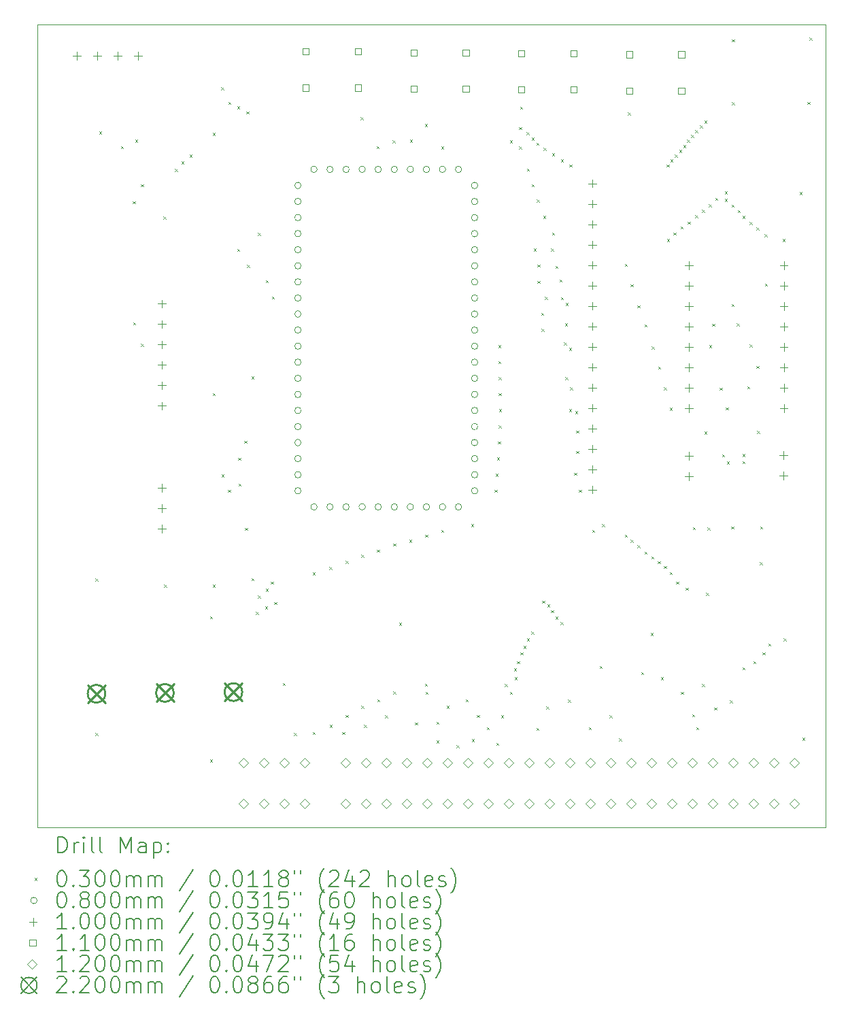
<source format=gbr>
%TF.GenerationSoftware,KiCad,Pcbnew,8.0.6-8.0.6-0~ubuntu22.04.1*%
%TF.CreationDate,2024-11-29T09:43:17+00:00*%
%TF.ProjectId,zx-spectrum-pico-dma,7a782d73-7065-4637-9472-756d2d706963,rev?*%
%TF.SameCoordinates,Original*%
%TF.FileFunction,Drillmap*%
%TF.FilePolarity,Positive*%
%FSLAX45Y45*%
G04 Gerber Fmt 4.5, Leading zero omitted, Abs format (unit mm)*
G04 Created by KiCad (PCBNEW 8.0.6-8.0.6-0~ubuntu22.04.1) date 2024-11-29 09:43:17*
%MOMM*%
%LPD*%
G01*
G04 APERTURE LIST*
%ADD10C,0.100000*%
%ADD11C,0.200000*%
%ADD12C,0.110000*%
%ADD13C,0.120000*%
%ADD14C,0.220000*%
G04 APERTURE END LIST*
D10*
X5162400Y-5307600D02*
X14978800Y-5307600D01*
X14978800Y-15298600D01*
X5162400Y-15298600D01*
X5162400Y-5307600D01*
D11*
D10*
X5882500Y-14125000D02*
X5912500Y-14155000D01*
X5912500Y-14125000D02*
X5882500Y-14155000D01*
X5885000Y-12200000D02*
X5915000Y-12230000D01*
X5915000Y-12200000D02*
X5885000Y-12230000D01*
X5930000Y-6640000D02*
X5960000Y-6670000D01*
X5960000Y-6640000D02*
X5930000Y-6670000D01*
X6200000Y-6820000D02*
X6230000Y-6850000D01*
X6230000Y-6820000D02*
X6200000Y-6850000D01*
X6350000Y-7505000D02*
X6380000Y-7535000D01*
X6380000Y-7505000D02*
X6350000Y-7535000D01*
X6355000Y-9015000D02*
X6385000Y-9045000D01*
X6385000Y-9015000D02*
X6355000Y-9045000D01*
X6380000Y-6740000D02*
X6410000Y-6770000D01*
X6410000Y-6740000D02*
X6380000Y-6770000D01*
X6450000Y-7295000D02*
X6480000Y-7325000D01*
X6480000Y-7295000D02*
X6450000Y-7325000D01*
X6450000Y-9280000D02*
X6480000Y-9310000D01*
X6480000Y-9280000D02*
X6450000Y-9310000D01*
X6730000Y-7695000D02*
X6760000Y-7725000D01*
X6760000Y-7695000D02*
X6730000Y-7725000D01*
X6740000Y-12275000D02*
X6770000Y-12305000D01*
X6770000Y-12275000D02*
X6740000Y-12305000D01*
X6875000Y-7105000D02*
X6905000Y-7135000D01*
X6905000Y-7105000D02*
X6875000Y-7135000D01*
X6955000Y-7010000D02*
X6985000Y-7040000D01*
X6985000Y-7010000D02*
X6955000Y-7040000D01*
X7055000Y-6925000D02*
X7085000Y-6955000D01*
X7085000Y-6925000D02*
X7055000Y-6955000D01*
X7310000Y-12670000D02*
X7340000Y-12700000D01*
X7340000Y-12670000D02*
X7310000Y-12700000D01*
X7310000Y-14455000D02*
X7340000Y-14485000D01*
X7340000Y-14455000D02*
X7310000Y-14485000D01*
X7345000Y-6655000D02*
X7375000Y-6685000D01*
X7375000Y-6655000D02*
X7345000Y-6685000D01*
X7345000Y-9895000D02*
X7375000Y-9925000D01*
X7375000Y-9895000D02*
X7345000Y-9925000D01*
X7345000Y-12275000D02*
X7375000Y-12305000D01*
X7375000Y-12275000D02*
X7345000Y-12305000D01*
X7450000Y-6090000D02*
X7480000Y-6120000D01*
X7480000Y-6090000D02*
X7450000Y-6120000D01*
X7455000Y-10905000D02*
X7485000Y-10935000D01*
X7485000Y-10905000D02*
X7455000Y-10935000D01*
X7535000Y-11095000D02*
X7565000Y-11125000D01*
X7565000Y-11095000D02*
X7535000Y-11125000D01*
X7540000Y-6270000D02*
X7570000Y-6300000D01*
X7570000Y-6270000D02*
X7540000Y-6300000D01*
X7650000Y-6325000D02*
X7680000Y-6355000D01*
X7680000Y-6325000D02*
X7650000Y-6355000D01*
X7650000Y-8100000D02*
X7680000Y-8130000D01*
X7680000Y-8100000D02*
X7650000Y-8130000D01*
X7660000Y-10700000D02*
X7690000Y-10730000D01*
X7690000Y-10700000D02*
X7660000Y-10730000D01*
X7665000Y-11020000D02*
X7695000Y-11050000D01*
X7695000Y-11020000D02*
X7665000Y-11050000D01*
X7740000Y-10485000D02*
X7770000Y-10515000D01*
X7770000Y-10485000D02*
X7740000Y-10515000D01*
X7745000Y-11570000D02*
X7775000Y-11600000D01*
X7775000Y-11570000D02*
X7745000Y-11600000D01*
X7765000Y-6390000D02*
X7795000Y-6420000D01*
X7795000Y-6390000D02*
X7765000Y-6420000D01*
X7770000Y-8300000D02*
X7800000Y-8330000D01*
X7800000Y-8300000D02*
X7770000Y-8330000D01*
X7825000Y-9685000D02*
X7855000Y-9715000D01*
X7855000Y-9685000D02*
X7825000Y-9715000D01*
X7825000Y-12195000D02*
X7855000Y-12225000D01*
X7855000Y-12195000D02*
X7825000Y-12225000D01*
X7880000Y-12615000D02*
X7910000Y-12645000D01*
X7910000Y-12615000D02*
X7880000Y-12645000D01*
X7905000Y-7900000D02*
X7935000Y-7930000D01*
X7935000Y-7900000D02*
X7905000Y-7930000D01*
X7905000Y-12415000D02*
X7935000Y-12445000D01*
X7935000Y-12415000D02*
X7905000Y-12445000D01*
X7995000Y-12550000D02*
X8025000Y-12580000D01*
X8025000Y-12550000D02*
X7995000Y-12580000D01*
X8005000Y-8490000D02*
X8035000Y-8520000D01*
X8035000Y-8490000D02*
X8005000Y-8520000D01*
X8005000Y-12330000D02*
X8035000Y-12360000D01*
X8035000Y-12330000D02*
X8005000Y-12360000D01*
X8070000Y-12240000D02*
X8100000Y-12270000D01*
X8100000Y-12240000D02*
X8070000Y-12270000D01*
X8080000Y-8690000D02*
X8110000Y-8720000D01*
X8110000Y-8690000D02*
X8080000Y-8720000D01*
X8110000Y-12495000D02*
X8140000Y-12525000D01*
X8140000Y-12495000D02*
X8110000Y-12525000D01*
X8215000Y-13500000D02*
X8245000Y-13530000D01*
X8245000Y-13500000D02*
X8215000Y-13530000D01*
X8354840Y-14125000D02*
X8384840Y-14155000D01*
X8384840Y-14125000D02*
X8354840Y-14155000D01*
X8590000Y-12125000D02*
X8620000Y-12155000D01*
X8620000Y-12125000D02*
X8590000Y-12155000D01*
X8590000Y-14110000D02*
X8620000Y-14140000D01*
X8620000Y-14110000D02*
X8590000Y-14140000D01*
X8795000Y-12055000D02*
X8825000Y-12085000D01*
X8825000Y-12055000D02*
X8795000Y-12085000D01*
X8800000Y-14020000D02*
X8830000Y-14050000D01*
X8830000Y-14020000D02*
X8800000Y-14050000D01*
X8955000Y-14110000D02*
X8985000Y-14140000D01*
X8985000Y-14110000D02*
X8955000Y-14140000D01*
X9000000Y-11980000D02*
X9030000Y-12010000D01*
X9030000Y-11980000D02*
X9000000Y-12010000D01*
X9000000Y-13900000D02*
X9030000Y-13930000D01*
X9030000Y-13900000D02*
X9000000Y-13930000D01*
X9185000Y-6460000D02*
X9215000Y-6490000D01*
X9215000Y-6460000D02*
X9185000Y-6490000D01*
X9195000Y-11905000D02*
X9225000Y-11935000D01*
X9225000Y-11905000D02*
X9195000Y-11935000D01*
X9195000Y-13785000D02*
X9225000Y-13815000D01*
X9225000Y-13785000D02*
X9195000Y-13815000D01*
X9230000Y-14020000D02*
X9260000Y-14050000D01*
X9260000Y-14020000D02*
X9230000Y-14050000D01*
X9385000Y-6820000D02*
X9415000Y-6850000D01*
X9415000Y-6820000D02*
X9385000Y-6850000D01*
X9390000Y-11840000D02*
X9420000Y-11870000D01*
X9420000Y-11840000D02*
X9390000Y-11870000D01*
X9395000Y-13705000D02*
X9425000Y-13735000D01*
X9425000Y-13705000D02*
X9395000Y-13735000D01*
X9490000Y-13905000D02*
X9520000Y-13935000D01*
X9520000Y-13905000D02*
X9490000Y-13935000D01*
X9585000Y-6750000D02*
X9615000Y-6780000D01*
X9615000Y-6750000D02*
X9585000Y-6780000D01*
X9590000Y-11765000D02*
X9620000Y-11795000D01*
X9620000Y-11765000D02*
X9590000Y-11795000D01*
X9590000Y-13605000D02*
X9620000Y-13635000D01*
X9620000Y-13605000D02*
X9590000Y-13635000D01*
X9665000Y-12750000D02*
X9695000Y-12780000D01*
X9695000Y-12750000D02*
X9665000Y-12780000D01*
X9790000Y-11720000D02*
X9820000Y-11750000D01*
X9820000Y-11720000D02*
X9790000Y-11750000D01*
X9800000Y-6740000D02*
X9830000Y-6770000D01*
X9830000Y-6740000D02*
X9800000Y-6770000D01*
X9865000Y-13990000D02*
X9895000Y-14020000D01*
X9895000Y-13990000D02*
X9865000Y-14020000D01*
X9985000Y-6545000D02*
X10015000Y-6575000D01*
X10015000Y-6545000D02*
X9985000Y-6575000D01*
X9985000Y-13510000D02*
X10015000Y-13540000D01*
X10015000Y-13510000D02*
X9985000Y-13540000D01*
X9990000Y-11655000D02*
X10020000Y-11685000D01*
X10020000Y-11655000D02*
X9990000Y-11685000D01*
X9995000Y-13610000D02*
X10025000Y-13640000D01*
X10025000Y-13610000D02*
X9995000Y-13640000D01*
X10130000Y-13985000D02*
X10160000Y-14015000D01*
X10160000Y-13985000D02*
X10130000Y-14015000D01*
X10130000Y-14215000D02*
X10160000Y-14245000D01*
X10160000Y-14215000D02*
X10130000Y-14245000D01*
X10190000Y-6825000D02*
X10220000Y-6855000D01*
X10220000Y-6825000D02*
X10190000Y-6855000D01*
X10190000Y-11595000D02*
X10220000Y-11625000D01*
X10220000Y-11595000D02*
X10190000Y-11625000D01*
X10255000Y-13785000D02*
X10285000Y-13815000D01*
X10285000Y-13785000D02*
X10255000Y-13815000D01*
X10380000Y-14275000D02*
X10410000Y-14305000D01*
X10410000Y-14275000D02*
X10380000Y-14305000D01*
X10495000Y-13705000D02*
X10525000Y-13735000D01*
X10525000Y-13705000D02*
X10495000Y-13735000D01*
X10560000Y-11525000D02*
X10590000Y-11555000D01*
X10590000Y-11525000D02*
X10560000Y-11555000D01*
X10570000Y-14200000D02*
X10600000Y-14230000D01*
X10600000Y-14200000D02*
X10570000Y-14230000D01*
X10635000Y-13900000D02*
X10665000Y-13930000D01*
X10665000Y-13900000D02*
X10635000Y-13930000D01*
X10755000Y-14050000D02*
X10785000Y-14080000D01*
X10785000Y-14050000D02*
X10755000Y-14080000D01*
X10855000Y-11095000D02*
X10885000Y-11125000D01*
X10885000Y-11095000D02*
X10855000Y-11125000D01*
X10865000Y-10895000D02*
X10895000Y-10925000D01*
X10895000Y-10895000D02*
X10865000Y-10925000D01*
X10875000Y-14245000D02*
X10905000Y-14275000D01*
X10905000Y-14245000D02*
X10875000Y-14275000D01*
X10885000Y-10695000D02*
X10915000Y-10725000D01*
X10915000Y-10695000D02*
X10885000Y-10725000D01*
X10895000Y-10495000D02*
X10925000Y-10525000D01*
X10925000Y-10495000D02*
X10895000Y-10525000D01*
X10900000Y-9295000D02*
X10930000Y-9325000D01*
X10930000Y-9295000D02*
X10900000Y-9325000D01*
X10900000Y-9495000D02*
X10930000Y-9525000D01*
X10930000Y-9495000D02*
X10900000Y-9525000D01*
X10905000Y-9695000D02*
X10935000Y-9725000D01*
X10935000Y-9695000D02*
X10905000Y-9725000D01*
X10905000Y-9895000D02*
X10935000Y-9925000D01*
X10935000Y-9895000D02*
X10905000Y-9925000D01*
X10905000Y-10295000D02*
X10935000Y-10325000D01*
X10935000Y-10295000D02*
X10905000Y-10325000D01*
X10910000Y-10095000D02*
X10940000Y-10125000D01*
X10940000Y-10095000D02*
X10910000Y-10125000D01*
X10933560Y-13905000D02*
X10963560Y-13935000D01*
X10963560Y-13905000D02*
X10933560Y-13935000D01*
X10980000Y-13515000D02*
X11010000Y-13545000D01*
X11010000Y-13515000D02*
X10980000Y-13545000D01*
X11045000Y-6750000D02*
X11075000Y-6780000D01*
X11075000Y-6750000D02*
X11045000Y-6780000D01*
X11045000Y-13610000D02*
X11075000Y-13640000D01*
X11075000Y-13610000D02*
X11045000Y-13640000D01*
X11095000Y-13317573D02*
X11125000Y-13347573D01*
X11125000Y-13317573D02*
X11095000Y-13347573D01*
X11105000Y-13430000D02*
X11135000Y-13460000D01*
X11135000Y-13430000D02*
X11105000Y-13460000D01*
X11135000Y-13230000D02*
X11165000Y-13260000D01*
X11165000Y-13230000D02*
X11135000Y-13260000D01*
X11160000Y-6585000D02*
X11190000Y-6615000D01*
X11190000Y-6585000D02*
X11160000Y-6615000D01*
X11160000Y-6825000D02*
X11190000Y-6855000D01*
X11190000Y-6825000D02*
X11160000Y-6855000D01*
X11170000Y-6330000D02*
X11200000Y-6360000D01*
X11200000Y-6330000D02*
X11170000Y-6360000D01*
X11175000Y-13120000D02*
X11205000Y-13150000D01*
X11205000Y-13120000D02*
X11175000Y-13150000D01*
X11215000Y-13040000D02*
X11245000Y-13070000D01*
X11245000Y-13040000D02*
X11215000Y-13070000D01*
X11250000Y-6645000D02*
X11280000Y-6675000D01*
X11280000Y-6645000D02*
X11250000Y-6675000D01*
X11255000Y-7100000D02*
X11285000Y-7130000D01*
X11285000Y-7100000D02*
X11255000Y-7130000D01*
X11255000Y-12945000D02*
X11285000Y-12975000D01*
X11285000Y-12945000D02*
X11255000Y-12975000D01*
X11310000Y-12860000D02*
X11340000Y-12890000D01*
X11340000Y-12860000D02*
X11310000Y-12890000D01*
X11315000Y-6715000D02*
X11345000Y-6745000D01*
X11345000Y-6715000D02*
X11315000Y-6745000D01*
X11315000Y-7295000D02*
X11345000Y-7325000D01*
X11345000Y-7295000D02*
X11315000Y-7325000D01*
X11340000Y-8095000D02*
X11370000Y-8125000D01*
X11370000Y-8095000D02*
X11340000Y-8125000D01*
X11375000Y-6780000D02*
X11405000Y-6810000D01*
X11405000Y-6780000D02*
X11375000Y-6810000D01*
X11375000Y-14060000D02*
X11405000Y-14090000D01*
X11405000Y-14060000D02*
X11375000Y-14090000D01*
X11380000Y-7485000D02*
X11410000Y-7515000D01*
X11410000Y-7485000D02*
X11380000Y-7515000D01*
X11385000Y-8295000D02*
X11415000Y-8325000D01*
X11415000Y-8295000D02*
X11385000Y-8325000D01*
X11385000Y-8495000D02*
X11415000Y-8525000D01*
X11415000Y-8495000D02*
X11385000Y-8525000D01*
X11433585Y-8896159D02*
X11463585Y-8926159D01*
X11463585Y-8896159D02*
X11433585Y-8926159D01*
X11440000Y-9095000D02*
X11470000Y-9125000D01*
X11470000Y-9095000D02*
X11440000Y-9125000D01*
X11447550Y-12475000D02*
X11477550Y-12505000D01*
X11477550Y-12475000D02*
X11447550Y-12505000D01*
X11460000Y-7690000D02*
X11490000Y-7720000D01*
X11490000Y-7690000D02*
X11460000Y-7720000D01*
X11465000Y-6840000D02*
X11495000Y-6870000D01*
X11495000Y-6840000D02*
X11465000Y-6870000D01*
X11480000Y-8695000D02*
X11510000Y-8725000D01*
X11510000Y-8695000D02*
X11480000Y-8725000D01*
X11495000Y-13795000D02*
X11525000Y-13825000D01*
X11525000Y-13795000D02*
X11495000Y-13825000D01*
X11510000Y-12525000D02*
X11540000Y-12555000D01*
X11540000Y-12525000D02*
X11510000Y-12555000D01*
X11555000Y-8095000D02*
X11585000Y-8125000D01*
X11585000Y-8095000D02*
X11555000Y-8125000D01*
X11555000Y-12595000D02*
X11585000Y-12625000D01*
X11585000Y-12595000D02*
X11555000Y-12625000D01*
X11570000Y-6910000D02*
X11600000Y-6940000D01*
X11600000Y-6910000D02*
X11570000Y-6940000D01*
X11570000Y-7895000D02*
X11600000Y-7925000D01*
X11600000Y-7895000D02*
X11570000Y-7925000D01*
X11610000Y-8310000D02*
X11640000Y-8340000D01*
X11640000Y-8310000D02*
X11610000Y-8340000D01*
X11610000Y-12675000D02*
X11640000Y-12705000D01*
X11640000Y-12675000D02*
X11610000Y-12705000D01*
X11661723Y-8478424D02*
X11691723Y-8508424D01*
X11691723Y-8478424D02*
X11661723Y-8508424D01*
X11675000Y-12745000D02*
X11705000Y-12775000D01*
X11705000Y-12745000D02*
X11675000Y-12775000D01*
X11680000Y-6985000D02*
X11710000Y-7015000D01*
X11710000Y-6985000D02*
X11680000Y-7015000D01*
X11680000Y-8700000D02*
X11710000Y-8730000D01*
X11710000Y-8700000D02*
X11680000Y-8730000D01*
X11715000Y-9265000D02*
X11745000Y-9295000D01*
X11745000Y-9265000D02*
X11715000Y-9295000D01*
X11730000Y-9027574D02*
X11760000Y-9057574D01*
X11760000Y-9027574D02*
X11730000Y-9057574D01*
X11732573Y-9695000D02*
X11762573Y-9725000D01*
X11762573Y-9695000D02*
X11732573Y-9725000D01*
X11740000Y-8772574D02*
X11770000Y-8802574D01*
X11770000Y-8772574D02*
X11740000Y-8802574D01*
X11770000Y-13710000D02*
X11800000Y-13740000D01*
X11800000Y-13710000D02*
X11770000Y-13740000D01*
X11779873Y-10091294D02*
X11809873Y-10121294D01*
X11809873Y-10091294D02*
X11779873Y-10121294D01*
X11782573Y-9332574D02*
X11812573Y-9362574D01*
X11812573Y-9332574D02*
X11782573Y-9362574D01*
X11785000Y-7050000D02*
X11815000Y-7080000D01*
X11815000Y-7050000D02*
X11785000Y-7080000D01*
X11792573Y-9822574D02*
X11822573Y-9852574D01*
X11822573Y-9822574D02*
X11792573Y-9852574D01*
X11845000Y-10885000D02*
X11875000Y-10915000D01*
X11875000Y-10885000D02*
X11845000Y-10915000D01*
X11855000Y-10118789D02*
X11885000Y-10148789D01*
X11885000Y-10118789D02*
X11855000Y-10148789D01*
X11870000Y-10358289D02*
X11900000Y-10388289D01*
X11900000Y-10358289D02*
X11870000Y-10388289D01*
X11870000Y-10615289D02*
X11900000Y-10645289D01*
X11900000Y-10615289D02*
X11870000Y-10645289D01*
X11905000Y-11095000D02*
X11935000Y-11125000D01*
X11935000Y-11095000D02*
X11905000Y-11125000D01*
X12027200Y-14050000D02*
X12057200Y-14080000D01*
X12057200Y-14050000D02*
X12027200Y-14080000D01*
X12070000Y-11595000D02*
X12100000Y-11625000D01*
X12100000Y-11595000D02*
X12070000Y-11625000D01*
X12160000Y-13290000D02*
X12190000Y-13320000D01*
X12190000Y-13290000D02*
X12160000Y-13320000D01*
X12190000Y-11525000D02*
X12220000Y-11555000D01*
X12220000Y-11525000D02*
X12190000Y-11555000D01*
X12285000Y-13905000D02*
X12315000Y-13935000D01*
X12315000Y-13905000D02*
X12285000Y-13935000D01*
X12405000Y-14190000D02*
X12435000Y-14220000D01*
X12435000Y-14190000D02*
X12405000Y-14220000D01*
X12475000Y-8285000D02*
X12505000Y-8315000D01*
X12505000Y-8285000D02*
X12475000Y-8315000D01*
X12475000Y-11655000D02*
X12505000Y-11685000D01*
X12505000Y-11655000D02*
X12475000Y-11685000D01*
X12515000Y-6400000D02*
X12545000Y-6430000D01*
X12545000Y-6400000D02*
X12515000Y-6430000D01*
X12545000Y-8540000D02*
X12575000Y-8570000D01*
X12575000Y-8540000D02*
X12545000Y-8570000D01*
X12545000Y-11720000D02*
X12575000Y-11750000D01*
X12575000Y-11720000D02*
X12545000Y-11750000D01*
X12630000Y-8800000D02*
X12660000Y-8830000D01*
X12660000Y-8800000D02*
X12630000Y-8830000D01*
X12630000Y-11785000D02*
X12660000Y-11815000D01*
X12660000Y-11785000D02*
X12630000Y-11815000D01*
X12680000Y-13365000D02*
X12710000Y-13395000D01*
X12710000Y-13365000D02*
X12680000Y-13395000D01*
X12720000Y-9040000D02*
X12750000Y-9070000D01*
X12750000Y-9040000D02*
X12720000Y-9070000D01*
X12720000Y-11865000D02*
X12750000Y-11895000D01*
X12750000Y-11865000D02*
X12720000Y-11895000D01*
X12795000Y-12880000D02*
X12825000Y-12910000D01*
X12825000Y-12880000D02*
X12795000Y-12910000D01*
X12805000Y-11925000D02*
X12835000Y-11955000D01*
X12835000Y-11925000D02*
X12805000Y-11955000D01*
X12810000Y-9315000D02*
X12840000Y-9345000D01*
X12840000Y-9315000D02*
X12810000Y-9345000D01*
X12885000Y-11985000D02*
X12915000Y-12015000D01*
X12915000Y-11985000D02*
X12885000Y-12015000D01*
X12890000Y-9565000D02*
X12920000Y-9595000D01*
X12920000Y-9565000D02*
X12890000Y-9595000D01*
X12925000Y-13430000D02*
X12955000Y-13460000D01*
X12955000Y-13430000D02*
X12925000Y-13460000D01*
X12960000Y-9820000D02*
X12990000Y-9850000D01*
X12990000Y-9820000D02*
X12960000Y-9850000D01*
X12960000Y-12045000D02*
X12990000Y-12075000D01*
X12990000Y-12045000D02*
X12960000Y-12075000D01*
X12995000Y-7050000D02*
X13025000Y-7080000D01*
X13025000Y-7050000D02*
X12995000Y-7080000D01*
X13000000Y-7975000D02*
X13030000Y-8005000D01*
X13030000Y-7975000D02*
X13000000Y-8005000D01*
X13035000Y-10075000D02*
X13065000Y-10105000D01*
X13065000Y-10075000D02*
X13035000Y-10105000D01*
X13035000Y-12120000D02*
X13065000Y-12150000D01*
X13065000Y-12120000D02*
X13035000Y-12150000D01*
X13044115Y-6986852D02*
X13074115Y-7016852D01*
X13074115Y-6986852D02*
X13044115Y-7016852D01*
X13080000Y-7895000D02*
X13110000Y-7925000D01*
X13110000Y-7895000D02*
X13080000Y-7925000D01*
X13096715Y-6926575D02*
X13126715Y-6956575D01*
X13126715Y-6926575D02*
X13096715Y-6956575D01*
X13115000Y-12240000D02*
X13145000Y-12270000D01*
X13145000Y-12240000D02*
X13115000Y-12270000D01*
X13151176Y-6867974D02*
X13181176Y-6897974D01*
X13181176Y-6867974D02*
X13151176Y-6897974D01*
X13170000Y-7820000D02*
X13200000Y-7850000D01*
X13200000Y-7820000D02*
X13170000Y-7850000D01*
X13175000Y-13610000D02*
X13205000Y-13640000D01*
X13205000Y-13610000D02*
X13175000Y-13640000D01*
X13201503Y-6805786D02*
X13231503Y-6835786D01*
X13231503Y-6805786D02*
X13201503Y-6835786D01*
X13235000Y-12315000D02*
X13265000Y-12345000D01*
X13265000Y-12315000D02*
X13235000Y-12345000D01*
X13249829Y-6742033D02*
X13279829Y-6772033D01*
X13279829Y-6742033D02*
X13249829Y-6772033D01*
X13260000Y-7760000D02*
X13290000Y-7790000D01*
X13290000Y-7760000D02*
X13260000Y-7790000D01*
X13302274Y-6681621D02*
X13332274Y-6711621D01*
X13332274Y-6681621D02*
X13302274Y-6711621D01*
X13315000Y-13890000D02*
X13345000Y-13920000D01*
X13345000Y-13890000D02*
X13315000Y-13920000D01*
X13320000Y-11560000D02*
X13350000Y-11590000D01*
X13350000Y-11560000D02*
X13320000Y-11590000D01*
X13350000Y-7680000D02*
X13380000Y-7710000D01*
X13380000Y-7680000D02*
X13350000Y-7710000D01*
X13353283Y-6619992D02*
X13383283Y-6649992D01*
X13383283Y-6619992D02*
X13353283Y-6649992D01*
X13365000Y-14050000D02*
X13395000Y-14080000D01*
X13395000Y-14050000D02*
X13365000Y-14080000D01*
X13410719Y-6564303D02*
X13440719Y-6594303D01*
X13440719Y-6564303D02*
X13410719Y-6594303D01*
X13435000Y-7610000D02*
X13465000Y-7640000D01*
X13465000Y-7610000D02*
X13435000Y-7640000D01*
X13435000Y-13515000D02*
X13465000Y-13545000D01*
X13465000Y-13515000D02*
X13435000Y-13545000D01*
X13465000Y-6505000D02*
X13495000Y-6535000D01*
X13495000Y-6505000D02*
X13465000Y-6535000D01*
X13465000Y-10370000D02*
X13495000Y-10400000D01*
X13495000Y-10370000D02*
X13465000Y-10400000D01*
X13485000Y-12380000D02*
X13515000Y-12410000D01*
X13515000Y-12380000D02*
X13485000Y-12410000D01*
X13505000Y-11565000D02*
X13535000Y-11595000D01*
X13535000Y-11565000D02*
X13505000Y-11595000D01*
X13520000Y-7545000D02*
X13550000Y-7575000D01*
X13550000Y-7545000D02*
X13520000Y-7575000D01*
X13525000Y-9295000D02*
X13555000Y-9325000D01*
X13555000Y-9295000D02*
X13525000Y-9325000D01*
X13565000Y-9030000D02*
X13595000Y-9060000D01*
X13595000Y-9030000D02*
X13565000Y-9060000D01*
X13590000Y-13805000D02*
X13620000Y-13835000D01*
X13620000Y-13805000D02*
X13590000Y-13835000D01*
X13600000Y-7465000D02*
X13630000Y-7495000D01*
X13630000Y-7465000D02*
X13600000Y-7495000D01*
X13655000Y-9825000D02*
X13685000Y-9855000D01*
X13685000Y-9825000D02*
X13655000Y-9855000D01*
X13685000Y-10655000D02*
X13715000Y-10685000D01*
X13715000Y-10655000D02*
X13685000Y-10685000D01*
X13720000Y-7385000D02*
X13750000Y-7415000D01*
X13750000Y-7385000D02*
X13720000Y-7415000D01*
X13720000Y-7475000D02*
X13750000Y-7505000D01*
X13750000Y-7475000D02*
X13720000Y-7505000D01*
X13730000Y-10070000D02*
X13760000Y-10100000D01*
X13760000Y-10070000D02*
X13730000Y-10100000D01*
X13745000Y-10745000D02*
X13775000Y-10775000D01*
X13775000Y-10745000D02*
X13745000Y-10775000D01*
X13785000Y-13715000D02*
X13815000Y-13745000D01*
X13815000Y-13715000D02*
X13785000Y-13745000D01*
X13800000Y-11555000D02*
X13830000Y-11585000D01*
X13830000Y-11555000D02*
X13800000Y-11585000D01*
X13805000Y-7550000D02*
X13835000Y-7580000D01*
X13835000Y-7550000D02*
X13805000Y-7580000D01*
X13805000Y-8785000D02*
X13835000Y-8815000D01*
X13835000Y-8785000D02*
X13805000Y-8815000D01*
X13810000Y-5490000D02*
X13840000Y-5520000D01*
X13840000Y-5490000D02*
X13810000Y-5520000D01*
X13810000Y-6275000D02*
X13840000Y-6305000D01*
X13840000Y-6275000D02*
X13810000Y-6305000D01*
X13870000Y-9025000D02*
X13900000Y-9055000D01*
X13900000Y-9025000D02*
X13870000Y-9055000D01*
X13880000Y-7615000D02*
X13910000Y-7645000D01*
X13910000Y-7615000D02*
X13880000Y-7645000D01*
X13940000Y-7690000D02*
X13970000Y-7720000D01*
X13970000Y-7690000D02*
X13940000Y-7720000D01*
X13940000Y-10650000D02*
X13970000Y-10680000D01*
X13970000Y-10650000D02*
X13940000Y-10680000D01*
X13940000Y-10740000D02*
X13970000Y-10770000D01*
X13970000Y-10740000D02*
X13940000Y-10770000D01*
X13940000Y-13305000D02*
X13970000Y-13335000D01*
X13970000Y-13305000D02*
X13940000Y-13335000D01*
X14000000Y-9811000D02*
X14030000Y-9841000D01*
X14030000Y-9811000D02*
X14000000Y-9841000D01*
X14030000Y-7765000D02*
X14060000Y-7795000D01*
X14060000Y-7765000D02*
X14030000Y-7795000D01*
X14030000Y-9290000D02*
X14060000Y-9320000D01*
X14060000Y-9290000D02*
X14030000Y-9320000D01*
X14075000Y-13230000D02*
X14105000Y-13260000D01*
X14105000Y-13230000D02*
X14075000Y-13260000D01*
X14115000Y-7830000D02*
X14145000Y-7860000D01*
X14145000Y-7830000D02*
X14115000Y-7860000D01*
X14115000Y-9555000D02*
X14145000Y-9585000D01*
X14145000Y-9555000D02*
X14115000Y-9585000D01*
X14120000Y-10365000D02*
X14150000Y-10395000D01*
X14150000Y-10365000D02*
X14120000Y-10395000D01*
X14155000Y-12000000D02*
X14185000Y-12030000D01*
X14185000Y-12000000D02*
X14155000Y-12030000D01*
X14160000Y-11555000D02*
X14190000Y-11585000D01*
X14190000Y-11555000D02*
X14160000Y-11585000D01*
X14190000Y-13120000D02*
X14220000Y-13150000D01*
X14220000Y-13120000D02*
X14190000Y-13150000D01*
X14215000Y-7915000D02*
X14245000Y-7945000D01*
X14245000Y-7915000D02*
X14215000Y-7945000D01*
X14220000Y-8530000D02*
X14250000Y-8560000D01*
X14250000Y-8530000D02*
X14220000Y-8560000D01*
X14260000Y-13010000D02*
X14290000Y-13040000D01*
X14290000Y-13010000D02*
X14260000Y-13040000D01*
X14440000Y-7975000D02*
X14470000Y-8005000D01*
X14470000Y-7975000D02*
X14440000Y-8005000D01*
X14450000Y-12945000D02*
X14480000Y-12975000D01*
X14480000Y-12945000D02*
X14450000Y-12975000D01*
X14650000Y-7390000D02*
X14680000Y-7420000D01*
X14680000Y-7390000D02*
X14650000Y-7420000D01*
X14683560Y-14180000D02*
X14713560Y-14210000D01*
X14713560Y-14180000D02*
X14683560Y-14210000D01*
X14750000Y-6270000D02*
X14780000Y-6300000D01*
X14780000Y-6270000D02*
X14750000Y-6300000D01*
X14775000Y-5470000D02*
X14805000Y-5500000D01*
X14805000Y-5470000D02*
X14775000Y-5500000D01*
X8445000Y-7310000D02*
G75*
G02*
X8365000Y-7310000I-40000J0D01*
G01*
X8365000Y-7310000D02*
G75*
G02*
X8445000Y-7310000I40000J0D01*
G01*
X8445000Y-7510000D02*
G75*
G02*
X8365000Y-7510000I-40000J0D01*
G01*
X8365000Y-7510000D02*
G75*
G02*
X8445000Y-7510000I40000J0D01*
G01*
X8445000Y-7710000D02*
G75*
G02*
X8365000Y-7710000I-40000J0D01*
G01*
X8365000Y-7710000D02*
G75*
G02*
X8445000Y-7710000I40000J0D01*
G01*
X8445000Y-7910000D02*
G75*
G02*
X8365000Y-7910000I-40000J0D01*
G01*
X8365000Y-7910000D02*
G75*
G02*
X8445000Y-7910000I40000J0D01*
G01*
X8445000Y-8110000D02*
G75*
G02*
X8365000Y-8110000I-40000J0D01*
G01*
X8365000Y-8110000D02*
G75*
G02*
X8445000Y-8110000I40000J0D01*
G01*
X8445000Y-8310000D02*
G75*
G02*
X8365000Y-8310000I-40000J0D01*
G01*
X8365000Y-8310000D02*
G75*
G02*
X8445000Y-8310000I40000J0D01*
G01*
X8445000Y-8510000D02*
G75*
G02*
X8365000Y-8510000I-40000J0D01*
G01*
X8365000Y-8510000D02*
G75*
G02*
X8445000Y-8510000I40000J0D01*
G01*
X8445000Y-8710000D02*
G75*
G02*
X8365000Y-8710000I-40000J0D01*
G01*
X8365000Y-8710000D02*
G75*
G02*
X8445000Y-8710000I40000J0D01*
G01*
X8445000Y-8910000D02*
G75*
G02*
X8365000Y-8910000I-40000J0D01*
G01*
X8365000Y-8910000D02*
G75*
G02*
X8445000Y-8910000I40000J0D01*
G01*
X8445000Y-9110000D02*
G75*
G02*
X8365000Y-9110000I-40000J0D01*
G01*
X8365000Y-9110000D02*
G75*
G02*
X8445000Y-9110000I40000J0D01*
G01*
X8445000Y-9310000D02*
G75*
G02*
X8365000Y-9310000I-40000J0D01*
G01*
X8365000Y-9310000D02*
G75*
G02*
X8445000Y-9310000I40000J0D01*
G01*
X8445000Y-9510000D02*
G75*
G02*
X8365000Y-9510000I-40000J0D01*
G01*
X8365000Y-9510000D02*
G75*
G02*
X8445000Y-9510000I40000J0D01*
G01*
X8445000Y-9710000D02*
G75*
G02*
X8365000Y-9710000I-40000J0D01*
G01*
X8365000Y-9710000D02*
G75*
G02*
X8445000Y-9710000I40000J0D01*
G01*
X8445000Y-9910000D02*
G75*
G02*
X8365000Y-9910000I-40000J0D01*
G01*
X8365000Y-9910000D02*
G75*
G02*
X8445000Y-9910000I40000J0D01*
G01*
X8445000Y-10110000D02*
G75*
G02*
X8365000Y-10110000I-40000J0D01*
G01*
X8365000Y-10110000D02*
G75*
G02*
X8445000Y-10110000I40000J0D01*
G01*
X8445000Y-10310000D02*
G75*
G02*
X8365000Y-10310000I-40000J0D01*
G01*
X8365000Y-10310000D02*
G75*
G02*
X8445000Y-10310000I40000J0D01*
G01*
X8445000Y-10510000D02*
G75*
G02*
X8365000Y-10510000I-40000J0D01*
G01*
X8365000Y-10510000D02*
G75*
G02*
X8445000Y-10510000I40000J0D01*
G01*
X8445000Y-10710000D02*
G75*
G02*
X8365000Y-10710000I-40000J0D01*
G01*
X8365000Y-10710000D02*
G75*
G02*
X8445000Y-10710000I40000J0D01*
G01*
X8445000Y-10910000D02*
G75*
G02*
X8365000Y-10910000I-40000J0D01*
G01*
X8365000Y-10910000D02*
G75*
G02*
X8445000Y-10910000I40000J0D01*
G01*
X8445000Y-11110000D02*
G75*
G02*
X8365000Y-11110000I-40000J0D01*
G01*
X8365000Y-11110000D02*
G75*
G02*
X8445000Y-11110000I40000J0D01*
G01*
X8645000Y-7110000D02*
G75*
G02*
X8565000Y-7110000I-40000J0D01*
G01*
X8565000Y-7110000D02*
G75*
G02*
X8645000Y-7110000I40000J0D01*
G01*
X8645000Y-11310000D02*
G75*
G02*
X8565000Y-11310000I-40000J0D01*
G01*
X8565000Y-11310000D02*
G75*
G02*
X8645000Y-11310000I40000J0D01*
G01*
X8845000Y-7110000D02*
G75*
G02*
X8765000Y-7110000I-40000J0D01*
G01*
X8765000Y-7110000D02*
G75*
G02*
X8845000Y-7110000I40000J0D01*
G01*
X8845000Y-11310000D02*
G75*
G02*
X8765000Y-11310000I-40000J0D01*
G01*
X8765000Y-11310000D02*
G75*
G02*
X8845000Y-11310000I40000J0D01*
G01*
X9045000Y-7110000D02*
G75*
G02*
X8965000Y-7110000I-40000J0D01*
G01*
X8965000Y-7110000D02*
G75*
G02*
X9045000Y-7110000I40000J0D01*
G01*
X9045000Y-11310000D02*
G75*
G02*
X8965000Y-11310000I-40000J0D01*
G01*
X8965000Y-11310000D02*
G75*
G02*
X9045000Y-11310000I40000J0D01*
G01*
X9245000Y-7110000D02*
G75*
G02*
X9165000Y-7110000I-40000J0D01*
G01*
X9165000Y-7110000D02*
G75*
G02*
X9245000Y-7110000I40000J0D01*
G01*
X9245000Y-11310000D02*
G75*
G02*
X9165000Y-11310000I-40000J0D01*
G01*
X9165000Y-11310000D02*
G75*
G02*
X9245000Y-11310000I40000J0D01*
G01*
X9445000Y-7110000D02*
G75*
G02*
X9365000Y-7110000I-40000J0D01*
G01*
X9365000Y-7110000D02*
G75*
G02*
X9445000Y-7110000I40000J0D01*
G01*
X9445000Y-11310000D02*
G75*
G02*
X9365000Y-11310000I-40000J0D01*
G01*
X9365000Y-11310000D02*
G75*
G02*
X9445000Y-11310000I40000J0D01*
G01*
X9645000Y-7110000D02*
G75*
G02*
X9565000Y-7110000I-40000J0D01*
G01*
X9565000Y-7110000D02*
G75*
G02*
X9645000Y-7110000I40000J0D01*
G01*
X9645000Y-11310000D02*
G75*
G02*
X9565000Y-11310000I-40000J0D01*
G01*
X9565000Y-11310000D02*
G75*
G02*
X9645000Y-11310000I40000J0D01*
G01*
X9845000Y-7110000D02*
G75*
G02*
X9765000Y-7110000I-40000J0D01*
G01*
X9765000Y-7110000D02*
G75*
G02*
X9845000Y-7110000I40000J0D01*
G01*
X9845000Y-11310000D02*
G75*
G02*
X9765000Y-11310000I-40000J0D01*
G01*
X9765000Y-11310000D02*
G75*
G02*
X9845000Y-11310000I40000J0D01*
G01*
X10045000Y-7110000D02*
G75*
G02*
X9965000Y-7110000I-40000J0D01*
G01*
X9965000Y-7110000D02*
G75*
G02*
X10045000Y-7110000I40000J0D01*
G01*
X10045000Y-11310000D02*
G75*
G02*
X9965000Y-11310000I-40000J0D01*
G01*
X9965000Y-11310000D02*
G75*
G02*
X10045000Y-11310000I40000J0D01*
G01*
X10245000Y-7110000D02*
G75*
G02*
X10165000Y-7110000I-40000J0D01*
G01*
X10165000Y-7110000D02*
G75*
G02*
X10245000Y-7110000I40000J0D01*
G01*
X10245000Y-11310000D02*
G75*
G02*
X10165000Y-11310000I-40000J0D01*
G01*
X10165000Y-11310000D02*
G75*
G02*
X10245000Y-11310000I40000J0D01*
G01*
X10445000Y-7110000D02*
G75*
G02*
X10365000Y-7110000I-40000J0D01*
G01*
X10365000Y-7110000D02*
G75*
G02*
X10445000Y-7110000I40000J0D01*
G01*
X10445000Y-11310000D02*
G75*
G02*
X10365000Y-11310000I-40000J0D01*
G01*
X10365000Y-11310000D02*
G75*
G02*
X10445000Y-11310000I40000J0D01*
G01*
X10645000Y-7310000D02*
G75*
G02*
X10565000Y-7310000I-40000J0D01*
G01*
X10565000Y-7310000D02*
G75*
G02*
X10645000Y-7310000I40000J0D01*
G01*
X10645000Y-7510000D02*
G75*
G02*
X10565000Y-7510000I-40000J0D01*
G01*
X10565000Y-7510000D02*
G75*
G02*
X10645000Y-7510000I40000J0D01*
G01*
X10645000Y-7710000D02*
G75*
G02*
X10565000Y-7710000I-40000J0D01*
G01*
X10565000Y-7710000D02*
G75*
G02*
X10645000Y-7710000I40000J0D01*
G01*
X10645000Y-7910000D02*
G75*
G02*
X10565000Y-7910000I-40000J0D01*
G01*
X10565000Y-7910000D02*
G75*
G02*
X10645000Y-7910000I40000J0D01*
G01*
X10645000Y-8110000D02*
G75*
G02*
X10565000Y-8110000I-40000J0D01*
G01*
X10565000Y-8110000D02*
G75*
G02*
X10645000Y-8110000I40000J0D01*
G01*
X10645000Y-8310000D02*
G75*
G02*
X10565000Y-8310000I-40000J0D01*
G01*
X10565000Y-8310000D02*
G75*
G02*
X10645000Y-8310000I40000J0D01*
G01*
X10645000Y-8510000D02*
G75*
G02*
X10565000Y-8510000I-40000J0D01*
G01*
X10565000Y-8510000D02*
G75*
G02*
X10645000Y-8510000I40000J0D01*
G01*
X10645000Y-8710000D02*
G75*
G02*
X10565000Y-8710000I-40000J0D01*
G01*
X10565000Y-8710000D02*
G75*
G02*
X10645000Y-8710000I40000J0D01*
G01*
X10645000Y-8910000D02*
G75*
G02*
X10565000Y-8910000I-40000J0D01*
G01*
X10565000Y-8910000D02*
G75*
G02*
X10645000Y-8910000I40000J0D01*
G01*
X10645000Y-9110000D02*
G75*
G02*
X10565000Y-9110000I-40000J0D01*
G01*
X10565000Y-9110000D02*
G75*
G02*
X10645000Y-9110000I40000J0D01*
G01*
X10645000Y-9310000D02*
G75*
G02*
X10565000Y-9310000I-40000J0D01*
G01*
X10565000Y-9310000D02*
G75*
G02*
X10645000Y-9310000I40000J0D01*
G01*
X10645000Y-9510000D02*
G75*
G02*
X10565000Y-9510000I-40000J0D01*
G01*
X10565000Y-9510000D02*
G75*
G02*
X10645000Y-9510000I40000J0D01*
G01*
X10645000Y-9710000D02*
G75*
G02*
X10565000Y-9710000I-40000J0D01*
G01*
X10565000Y-9710000D02*
G75*
G02*
X10645000Y-9710000I40000J0D01*
G01*
X10645000Y-9910000D02*
G75*
G02*
X10565000Y-9910000I-40000J0D01*
G01*
X10565000Y-9910000D02*
G75*
G02*
X10645000Y-9910000I40000J0D01*
G01*
X10645000Y-10110000D02*
G75*
G02*
X10565000Y-10110000I-40000J0D01*
G01*
X10565000Y-10110000D02*
G75*
G02*
X10645000Y-10110000I40000J0D01*
G01*
X10645000Y-10310000D02*
G75*
G02*
X10565000Y-10310000I-40000J0D01*
G01*
X10565000Y-10310000D02*
G75*
G02*
X10645000Y-10310000I40000J0D01*
G01*
X10645000Y-10510000D02*
G75*
G02*
X10565000Y-10510000I-40000J0D01*
G01*
X10565000Y-10510000D02*
G75*
G02*
X10645000Y-10510000I40000J0D01*
G01*
X10645000Y-10710000D02*
G75*
G02*
X10565000Y-10710000I-40000J0D01*
G01*
X10565000Y-10710000D02*
G75*
G02*
X10645000Y-10710000I40000J0D01*
G01*
X10645000Y-10910000D02*
G75*
G02*
X10565000Y-10910000I-40000J0D01*
G01*
X10565000Y-10910000D02*
G75*
G02*
X10645000Y-10910000I40000J0D01*
G01*
X10645000Y-11110000D02*
G75*
G02*
X10565000Y-11110000I-40000J0D01*
G01*
X10565000Y-11110000D02*
G75*
G02*
X10645000Y-11110000I40000J0D01*
G01*
X5652000Y-5645000D02*
X5652000Y-5745000D01*
X5602000Y-5695000D02*
X5702000Y-5695000D01*
X5906000Y-5645000D02*
X5906000Y-5745000D01*
X5856000Y-5695000D02*
X5956000Y-5695000D01*
X6160000Y-5645000D02*
X6160000Y-5745000D01*
X6110000Y-5695000D02*
X6210000Y-5695000D01*
X6414000Y-5645000D02*
X6414000Y-5745000D01*
X6364000Y-5695000D02*
X6464000Y-5695000D01*
X6710000Y-8732500D02*
X6710000Y-8832500D01*
X6660000Y-8782500D02*
X6760000Y-8782500D01*
X6710000Y-8986500D02*
X6710000Y-9086500D01*
X6660000Y-9036500D02*
X6760000Y-9036500D01*
X6710000Y-9240500D02*
X6710000Y-9340500D01*
X6660000Y-9290500D02*
X6760000Y-9290500D01*
X6710000Y-9494500D02*
X6710000Y-9594500D01*
X6660000Y-9544500D02*
X6760000Y-9544500D01*
X6710000Y-9748500D02*
X6710000Y-9848500D01*
X6660000Y-9798500D02*
X6760000Y-9798500D01*
X6710000Y-10002500D02*
X6710000Y-10102500D01*
X6660000Y-10052500D02*
X6760000Y-10052500D01*
X6710000Y-11022000D02*
X6710000Y-11122000D01*
X6660000Y-11072000D02*
X6760000Y-11072000D01*
X6710000Y-11276000D02*
X6710000Y-11376000D01*
X6660000Y-11326000D02*
X6760000Y-11326000D01*
X6710000Y-11530000D02*
X6710000Y-11630000D01*
X6660000Y-11580000D02*
X6760000Y-11580000D01*
X12070000Y-7235000D02*
X12070000Y-7335000D01*
X12020000Y-7285000D02*
X12120000Y-7285000D01*
X12070000Y-7489000D02*
X12070000Y-7589000D01*
X12020000Y-7539000D02*
X12120000Y-7539000D01*
X12070000Y-7743000D02*
X12070000Y-7843000D01*
X12020000Y-7793000D02*
X12120000Y-7793000D01*
X12070000Y-7997000D02*
X12070000Y-8097000D01*
X12020000Y-8047000D02*
X12120000Y-8047000D01*
X12070000Y-8251000D02*
X12070000Y-8351000D01*
X12020000Y-8301000D02*
X12120000Y-8301000D01*
X12070000Y-8505000D02*
X12070000Y-8605000D01*
X12020000Y-8555000D02*
X12120000Y-8555000D01*
X12070000Y-8759000D02*
X12070000Y-8859000D01*
X12020000Y-8809000D02*
X12120000Y-8809000D01*
X12070000Y-9013000D02*
X12070000Y-9113000D01*
X12020000Y-9063000D02*
X12120000Y-9063000D01*
X12070000Y-9267000D02*
X12070000Y-9367000D01*
X12020000Y-9317000D02*
X12120000Y-9317000D01*
X12070000Y-9521000D02*
X12070000Y-9621000D01*
X12020000Y-9571000D02*
X12120000Y-9571000D01*
X12070000Y-9775000D02*
X12070000Y-9875000D01*
X12020000Y-9825000D02*
X12120000Y-9825000D01*
X12070000Y-10029000D02*
X12070000Y-10129000D01*
X12020000Y-10079000D02*
X12120000Y-10079000D01*
X12070000Y-10283000D02*
X12070000Y-10383000D01*
X12020000Y-10333000D02*
X12120000Y-10333000D01*
X12070000Y-10537000D02*
X12070000Y-10637000D01*
X12020000Y-10587000D02*
X12120000Y-10587000D01*
X12070000Y-10791000D02*
X12070000Y-10891000D01*
X12020000Y-10841000D02*
X12120000Y-10841000D01*
X12070000Y-11045000D02*
X12070000Y-11145000D01*
X12020000Y-11095000D02*
X12120000Y-11095000D01*
X13270000Y-8253000D02*
X13270000Y-8353000D01*
X13220000Y-8303000D02*
X13320000Y-8303000D01*
X13270000Y-8507000D02*
X13270000Y-8607000D01*
X13220000Y-8557000D02*
X13320000Y-8557000D01*
X13270000Y-8761000D02*
X13270000Y-8861000D01*
X13220000Y-8811000D02*
X13320000Y-8811000D01*
X13270000Y-9015000D02*
X13270000Y-9115000D01*
X13220000Y-9065000D02*
X13320000Y-9065000D01*
X13270000Y-9269000D02*
X13270000Y-9369000D01*
X13220000Y-9319000D02*
X13320000Y-9319000D01*
X13270000Y-9523000D02*
X13270000Y-9623000D01*
X13220000Y-9573000D02*
X13320000Y-9573000D01*
X13270000Y-9777000D02*
X13270000Y-9877000D01*
X13220000Y-9827000D02*
X13320000Y-9827000D01*
X13270000Y-10031000D02*
X13270000Y-10131000D01*
X13220000Y-10081000D02*
X13320000Y-10081000D01*
X13275000Y-10626000D02*
X13275000Y-10726000D01*
X13225000Y-10676000D02*
X13325000Y-10676000D01*
X13275000Y-10880000D02*
X13275000Y-10980000D01*
X13225000Y-10930000D02*
X13325000Y-10930000D01*
X14450000Y-10616000D02*
X14450000Y-10716000D01*
X14400000Y-10666000D02*
X14500000Y-10666000D01*
X14450000Y-10870000D02*
X14450000Y-10970000D01*
X14400000Y-10920000D02*
X14500000Y-10920000D01*
X14455000Y-8252000D02*
X14455000Y-8352000D01*
X14405000Y-8302000D02*
X14505000Y-8302000D01*
X14455000Y-8506000D02*
X14455000Y-8606000D01*
X14405000Y-8556000D02*
X14505000Y-8556000D01*
X14455000Y-8760000D02*
X14455000Y-8860000D01*
X14405000Y-8810000D02*
X14505000Y-8810000D01*
X14455000Y-9014000D02*
X14455000Y-9114000D01*
X14405000Y-9064000D02*
X14505000Y-9064000D01*
X14455000Y-9268000D02*
X14455000Y-9368000D01*
X14405000Y-9318000D02*
X14505000Y-9318000D01*
X14455000Y-9522000D02*
X14455000Y-9622000D01*
X14405000Y-9572000D02*
X14505000Y-9572000D01*
X14455000Y-9776000D02*
X14455000Y-9876000D01*
X14405000Y-9826000D02*
X14505000Y-9826000D01*
X14455000Y-10030000D02*
X14455000Y-10130000D01*
X14405000Y-10080000D02*
X14505000Y-10080000D01*
D12*
X8543891Y-5683891D02*
X8543891Y-5606109D01*
X8466109Y-5606109D01*
X8466109Y-5683891D01*
X8543891Y-5683891D01*
X8543891Y-6133891D02*
X8543891Y-6056109D01*
X8466109Y-6056109D01*
X8466109Y-6133891D01*
X8543891Y-6133891D01*
X9193891Y-5683891D02*
X9193891Y-5606109D01*
X9116109Y-5606109D01*
X9116109Y-5683891D01*
X9193891Y-5683891D01*
X9193891Y-6133891D02*
X9193891Y-6056109D01*
X9116109Y-6056109D01*
X9116109Y-6133891D01*
X9193891Y-6133891D01*
X9885558Y-5695558D02*
X9885558Y-5617775D01*
X9807775Y-5617775D01*
X9807775Y-5695558D01*
X9885558Y-5695558D01*
X9885558Y-6145558D02*
X9885558Y-6067775D01*
X9807775Y-6067775D01*
X9807775Y-6145558D01*
X9885558Y-6145558D01*
X10535558Y-5695558D02*
X10535558Y-5617775D01*
X10457775Y-5617775D01*
X10457775Y-5695558D01*
X10535558Y-5695558D01*
X10535558Y-6145558D02*
X10535558Y-6067775D01*
X10457775Y-6067775D01*
X10457775Y-6145558D01*
X10535558Y-6145558D01*
X11227224Y-5707224D02*
X11227224Y-5629442D01*
X11149442Y-5629442D01*
X11149442Y-5707224D01*
X11227224Y-5707224D01*
X11227224Y-6157224D02*
X11227224Y-6079442D01*
X11149442Y-6079442D01*
X11149442Y-6157224D01*
X11227224Y-6157224D01*
X11877224Y-5707224D02*
X11877224Y-5629442D01*
X11799442Y-5629442D01*
X11799442Y-5707224D01*
X11877224Y-5707224D01*
X11877224Y-6157224D02*
X11877224Y-6079442D01*
X11799442Y-6079442D01*
X11799442Y-6157224D01*
X11877224Y-6157224D01*
X12568891Y-5718891D02*
X12568891Y-5641109D01*
X12491109Y-5641109D01*
X12491109Y-5718891D01*
X12568891Y-5718891D01*
X12568891Y-6168891D02*
X12568891Y-6091109D01*
X12491109Y-6091109D01*
X12491109Y-6168891D01*
X12568891Y-6168891D01*
X13218891Y-5718891D02*
X13218891Y-5641109D01*
X13141109Y-5641109D01*
X13141109Y-5718891D01*
X13218891Y-5718891D01*
X13218891Y-6168891D02*
X13218891Y-6091109D01*
X13141109Y-6091109D01*
X13141109Y-6168891D01*
X13218891Y-6168891D01*
D13*
X7724200Y-14554800D02*
X7784200Y-14494800D01*
X7724200Y-14434800D01*
X7664200Y-14494800D01*
X7724200Y-14554800D01*
X7724200Y-15062800D02*
X7784200Y-15002800D01*
X7724200Y-14942800D01*
X7664200Y-15002800D01*
X7724200Y-15062800D01*
X7978200Y-14554800D02*
X8038200Y-14494800D01*
X7978200Y-14434800D01*
X7918200Y-14494800D01*
X7978200Y-14554800D01*
X7978200Y-15062800D02*
X8038200Y-15002800D01*
X7978200Y-14942800D01*
X7918200Y-15002800D01*
X7978200Y-15062800D01*
X8232200Y-14554800D02*
X8292200Y-14494800D01*
X8232200Y-14434800D01*
X8172200Y-14494800D01*
X8232200Y-14554800D01*
X8232200Y-15062800D02*
X8292200Y-15002800D01*
X8232200Y-14942800D01*
X8172200Y-15002800D01*
X8232200Y-15062800D01*
X8486200Y-14554800D02*
X8546200Y-14494800D01*
X8486200Y-14434800D01*
X8426200Y-14494800D01*
X8486200Y-14554800D01*
X8486200Y-15062800D02*
X8546200Y-15002800D01*
X8486200Y-14942800D01*
X8426200Y-15002800D01*
X8486200Y-15062800D01*
X8994200Y-14554800D02*
X9054200Y-14494800D01*
X8994200Y-14434800D01*
X8934200Y-14494800D01*
X8994200Y-14554800D01*
X8994200Y-15062800D02*
X9054200Y-15002800D01*
X8994200Y-14942800D01*
X8934200Y-15002800D01*
X8994200Y-15062800D01*
X9248200Y-14554800D02*
X9308200Y-14494800D01*
X9248200Y-14434800D01*
X9188200Y-14494800D01*
X9248200Y-14554800D01*
X9248200Y-15062800D02*
X9308200Y-15002800D01*
X9248200Y-14942800D01*
X9188200Y-15002800D01*
X9248200Y-15062800D01*
X9502200Y-14554800D02*
X9562200Y-14494800D01*
X9502200Y-14434800D01*
X9442200Y-14494800D01*
X9502200Y-14554800D01*
X9502200Y-15062800D02*
X9562200Y-15002800D01*
X9502200Y-14942800D01*
X9442200Y-15002800D01*
X9502200Y-15062800D01*
X9756200Y-14554800D02*
X9816200Y-14494800D01*
X9756200Y-14434800D01*
X9696200Y-14494800D01*
X9756200Y-14554800D01*
X9756200Y-15062800D02*
X9816200Y-15002800D01*
X9756200Y-14942800D01*
X9696200Y-15002800D01*
X9756200Y-15062800D01*
X10010200Y-14554800D02*
X10070200Y-14494800D01*
X10010200Y-14434800D01*
X9950200Y-14494800D01*
X10010200Y-14554800D01*
X10010200Y-15062800D02*
X10070200Y-15002800D01*
X10010200Y-14942800D01*
X9950200Y-15002800D01*
X10010200Y-15062800D01*
X10264200Y-14554800D02*
X10324200Y-14494800D01*
X10264200Y-14434800D01*
X10204200Y-14494800D01*
X10264200Y-14554800D01*
X10264200Y-15062800D02*
X10324200Y-15002800D01*
X10264200Y-14942800D01*
X10204200Y-15002800D01*
X10264200Y-15062800D01*
X10518200Y-14554800D02*
X10578200Y-14494800D01*
X10518200Y-14434800D01*
X10458200Y-14494800D01*
X10518200Y-14554800D01*
X10518200Y-15062800D02*
X10578200Y-15002800D01*
X10518200Y-14942800D01*
X10458200Y-15002800D01*
X10518200Y-15062800D01*
X10772200Y-14554800D02*
X10832200Y-14494800D01*
X10772200Y-14434800D01*
X10712200Y-14494800D01*
X10772200Y-14554800D01*
X10772200Y-15062800D02*
X10832200Y-15002800D01*
X10772200Y-14942800D01*
X10712200Y-15002800D01*
X10772200Y-15062800D01*
X11026200Y-14554800D02*
X11086200Y-14494800D01*
X11026200Y-14434800D01*
X10966200Y-14494800D01*
X11026200Y-14554800D01*
X11026200Y-15062800D02*
X11086200Y-15002800D01*
X11026200Y-14942800D01*
X10966200Y-15002800D01*
X11026200Y-15062800D01*
X11280200Y-14554800D02*
X11340200Y-14494800D01*
X11280200Y-14434800D01*
X11220200Y-14494800D01*
X11280200Y-14554800D01*
X11280200Y-15062800D02*
X11340200Y-15002800D01*
X11280200Y-14942800D01*
X11220200Y-15002800D01*
X11280200Y-15062800D01*
X11534200Y-14554800D02*
X11594200Y-14494800D01*
X11534200Y-14434800D01*
X11474200Y-14494800D01*
X11534200Y-14554800D01*
X11534200Y-15062800D02*
X11594200Y-15002800D01*
X11534200Y-14942800D01*
X11474200Y-15002800D01*
X11534200Y-15062800D01*
X11788200Y-14554800D02*
X11848200Y-14494800D01*
X11788200Y-14434800D01*
X11728200Y-14494800D01*
X11788200Y-14554800D01*
X11788200Y-15062800D02*
X11848200Y-15002800D01*
X11788200Y-14942800D01*
X11728200Y-15002800D01*
X11788200Y-15062800D01*
X12042200Y-14554800D02*
X12102200Y-14494800D01*
X12042200Y-14434800D01*
X11982200Y-14494800D01*
X12042200Y-14554800D01*
X12042200Y-15062800D02*
X12102200Y-15002800D01*
X12042200Y-14942800D01*
X11982200Y-15002800D01*
X12042200Y-15062800D01*
X12296200Y-14554800D02*
X12356200Y-14494800D01*
X12296200Y-14434800D01*
X12236200Y-14494800D01*
X12296200Y-14554800D01*
X12296200Y-15062800D02*
X12356200Y-15002800D01*
X12296200Y-14942800D01*
X12236200Y-15002800D01*
X12296200Y-15062800D01*
X12550200Y-14554800D02*
X12610200Y-14494800D01*
X12550200Y-14434800D01*
X12490200Y-14494800D01*
X12550200Y-14554800D01*
X12550200Y-15062800D02*
X12610200Y-15002800D01*
X12550200Y-14942800D01*
X12490200Y-15002800D01*
X12550200Y-15062800D01*
X12804200Y-14554800D02*
X12864200Y-14494800D01*
X12804200Y-14434800D01*
X12744200Y-14494800D01*
X12804200Y-14554800D01*
X12804200Y-15062800D02*
X12864200Y-15002800D01*
X12804200Y-14942800D01*
X12744200Y-15002800D01*
X12804200Y-15062800D01*
X13058200Y-14554800D02*
X13118200Y-14494800D01*
X13058200Y-14434800D01*
X12998200Y-14494800D01*
X13058200Y-14554800D01*
X13058200Y-15062800D02*
X13118200Y-15002800D01*
X13058200Y-14942800D01*
X12998200Y-15002800D01*
X13058200Y-15062800D01*
X13312200Y-14554800D02*
X13372200Y-14494800D01*
X13312200Y-14434800D01*
X13252200Y-14494800D01*
X13312200Y-14554800D01*
X13312200Y-15062800D02*
X13372200Y-15002800D01*
X13312200Y-14942800D01*
X13252200Y-15002800D01*
X13312200Y-15062800D01*
X13566200Y-14554800D02*
X13626200Y-14494800D01*
X13566200Y-14434800D01*
X13506200Y-14494800D01*
X13566200Y-14554800D01*
X13566200Y-15062800D02*
X13626200Y-15002800D01*
X13566200Y-14942800D01*
X13506200Y-15002800D01*
X13566200Y-15062800D01*
X13820200Y-14554800D02*
X13880200Y-14494800D01*
X13820200Y-14434800D01*
X13760200Y-14494800D01*
X13820200Y-14554800D01*
X13820200Y-15062800D02*
X13880200Y-15002800D01*
X13820200Y-14942800D01*
X13760200Y-15002800D01*
X13820200Y-15062800D01*
X14074200Y-14554800D02*
X14134200Y-14494800D01*
X14074200Y-14434800D01*
X14014200Y-14494800D01*
X14074200Y-14554800D01*
X14074200Y-15062800D02*
X14134200Y-15002800D01*
X14074200Y-14942800D01*
X14014200Y-15002800D01*
X14074200Y-15062800D01*
X14328200Y-14554800D02*
X14388200Y-14494800D01*
X14328200Y-14434800D01*
X14268200Y-14494800D01*
X14328200Y-14554800D01*
X14328200Y-15062800D02*
X14388200Y-15002800D01*
X14328200Y-14942800D01*
X14268200Y-15002800D01*
X14328200Y-15062800D01*
X14582200Y-14554800D02*
X14642200Y-14494800D01*
X14582200Y-14434800D01*
X14522200Y-14494800D01*
X14582200Y-14554800D01*
X14582200Y-15062800D02*
X14642200Y-15002800D01*
X14582200Y-14942800D01*
X14522200Y-15002800D01*
X14582200Y-15062800D01*
D14*
X5787500Y-13525000D02*
X6007500Y-13745000D01*
X6007500Y-13525000D02*
X5787500Y-13745000D01*
X6007500Y-13635000D02*
G75*
G02*
X5787500Y-13635000I-110000J0D01*
G01*
X5787500Y-13635000D02*
G75*
G02*
X6007500Y-13635000I110000J0D01*
G01*
X6640000Y-13515000D02*
X6860000Y-13735000D01*
X6860000Y-13515000D02*
X6640000Y-13735000D01*
X6860000Y-13625000D02*
G75*
G02*
X6640000Y-13625000I-110000J0D01*
G01*
X6640000Y-13625000D02*
G75*
G02*
X6860000Y-13625000I110000J0D01*
G01*
X7492500Y-13505000D02*
X7712500Y-13725000D01*
X7712500Y-13505000D02*
X7492500Y-13725000D01*
X7712500Y-13615000D02*
G75*
G02*
X7492500Y-13615000I-110000J0D01*
G01*
X7492500Y-13615000D02*
G75*
G02*
X7712500Y-13615000I110000J0D01*
G01*
D11*
X5418177Y-15615084D02*
X5418177Y-15415084D01*
X5418177Y-15415084D02*
X5465796Y-15415084D01*
X5465796Y-15415084D02*
X5494367Y-15424608D01*
X5494367Y-15424608D02*
X5513415Y-15443655D01*
X5513415Y-15443655D02*
X5522939Y-15462703D01*
X5522939Y-15462703D02*
X5532463Y-15500798D01*
X5532463Y-15500798D02*
X5532463Y-15529369D01*
X5532463Y-15529369D02*
X5522939Y-15567465D01*
X5522939Y-15567465D02*
X5513415Y-15586512D01*
X5513415Y-15586512D02*
X5494367Y-15605560D01*
X5494367Y-15605560D02*
X5465796Y-15615084D01*
X5465796Y-15615084D02*
X5418177Y-15615084D01*
X5618177Y-15615084D02*
X5618177Y-15481750D01*
X5618177Y-15519846D02*
X5627701Y-15500798D01*
X5627701Y-15500798D02*
X5637224Y-15491274D01*
X5637224Y-15491274D02*
X5656272Y-15481750D01*
X5656272Y-15481750D02*
X5675320Y-15481750D01*
X5741986Y-15615084D02*
X5741986Y-15481750D01*
X5741986Y-15415084D02*
X5732462Y-15424608D01*
X5732462Y-15424608D02*
X5741986Y-15434131D01*
X5741986Y-15434131D02*
X5751510Y-15424608D01*
X5751510Y-15424608D02*
X5741986Y-15415084D01*
X5741986Y-15415084D02*
X5741986Y-15434131D01*
X5865796Y-15615084D02*
X5846748Y-15605560D01*
X5846748Y-15605560D02*
X5837224Y-15586512D01*
X5837224Y-15586512D02*
X5837224Y-15415084D01*
X5970558Y-15615084D02*
X5951510Y-15605560D01*
X5951510Y-15605560D02*
X5941986Y-15586512D01*
X5941986Y-15586512D02*
X5941986Y-15415084D01*
X6199129Y-15615084D02*
X6199129Y-15415084D01*
X6199129Y-15415084D02*
X6265796Y-15557941D01*
X6265796Y-15557941D02*
X6332462Y-15415084D01*
X6332462Y-15415084D02*
X6332462Y-15615084D01*
X6513415Y-15615084D02*
X6513415Y-15510322D01*
X6513415Y-15510322D02*
X6503891Y-15491274D01*
X6503891Y-15491274D02*
X6484843Y-15481750D01*
X6484843Y-15481750D02*
X6446748Y-15481750D01*
X6446748Y-15481750D02*
X6427701Y-15491274D01*
X6513415Y-15605560D02*
X6494367Y-15615084D01*
X6494367Y-15615084D02*
X6446748Y-15615084D01*
X6446748Y-15615084D02*
X6427701Y-15605560D01*
X6427701Y-15605560D02*
X6418177Y-15586512D01*
X6418177Y-15586512D02*
X6418177Y-15567465D01*
X6418177Y-15567465D02*
X6427701Y-15548417D01*
X6427701Y-15548417D02*
X6446748Y-15538893D01*
X6446748Y-15538893D02*
X6494367Y-15538893D01*
X6494367Y-15538893D02*
X6513415Y-15529369D01*
X6608653Y-15481750D02*
X6608653Y-15681750D01*
X6608653Y-15491274D02*
X6627701Y-15481750D01*
X6627701Y-15481750D02*
X6665796Y-15481750D01*
X6665796Y-15481750D02*
X6684843Y-15491274D01*
X6684843Y-15491274D02*
X6694367Y-15500798D01*
X6694367Y-15500798D02*
X6703891Y-15519846D01*
X6703891Y-15519846D02*
X6703891Y-15576988D01*
X6703891Y-15576988D02*
X6694367Y-15596036D01*
X6694367Y-15596036D02*
X6684843Y-15605560D01*
X6684843Y-15605560D02*
X6665796Y-15615084D01*
X6665796Y-15615084D02*
X6627701Y-15615084D01*
X6627701Y-15615084D02*
X6608653Y-15605560D01*
X6789605Y-15596036D02*
X6799129Y-15605560D01*
X6799129Y-15605560D02*
X6789605Y-15615084D01*
X6789605Y-15615084D02*
X6780082Y-15605560D01*
X6780082Y-15605560D02*
X6789605Y-15596036D01*
X6789605Y-15596036D02*
X6789605Y-15615084D01*
X6789605Y-15491274D02*
X6799129Y-15500798D01*
X6799129Y-15500798D02*
X6789605Y-15510322D01*
X6789605Y-15510322D02*
X6780082Y-15500798D01*
X6780082Y-15500798D02*
X6789605Y-15491274D01*
X6789605Y-15491274D02*
X6789605Y-15510322D01*
D10*
X5127400Y-15928600D02*
X5157400Y-15958600D01*
X5157400Y-15928600D02*
X5127400Y-15958600D01*
D11*
X5456272Y-15835084D02*
X5475320Y-15835084D01*
X5475320Y-15835084D02*
X5494367Y-15844608D01*
X5494367Y-15844608D02*
X5503891Y-15854131D01*
X5503891Y-15854131D02*
X5513415Y-15873179D01*
X5513415Y-15873179D02*
X5522939Y-15911274D01*
X5522939Y-15911274D02*
X5522939Y-15958893D01*
X5522939Y-15958893D02*
X5513415Y-15996988D01*
X5513415Y-15996988D02*
X5503891Y-16016036D01*
X5503891Y-16016036D02*
X5494367Y-16025560D01*
X5494367Y-16025560D02*
X5475320Y-16035084D01*
X5475320Y-16035084D02*
X5456272Y-16035084D01*
X5456272Y-16035084D02*
X5437224Y-16025560D01*
X5437224Y-16025560D02*
X5427701Y-16016036D01*
X5427701Y-16016036D02*
X5418177Y-15996988D01*
X5418177Y-15996988D02*
X5408653Y-15958893D01*
X5408653Y-15958893D02*
X5408653Y-15911274D01*
X5408653Y-15911274D02*
X5418177Y-15873179D01*
X5418177Y-15873179D02*
X5427701Y-15854131D01*
X5427701Y-15854131D02*
X5437224Y-15844608D01*
X5437224Y-15844608D02*
X5456272Y-15835084D01*
X5608653Y-16016036D02*
X5618177Y-16025560D01*
X5618177Y-16025560D02*
X5608653Y-16035084D01*
X5608653Y-16035084D02*
X5599129Y-16025560D01*
X5599129Y-16025560D02*
X5608653Y-16016036D01*
X5608653Y-16016036D02*
X5608653Y-16035084D01*
X5684843Y-15835084D02*
X5808653Y-15835084D01*
X5808653Y-15835084D02*
X5741986Y-15911274D01*
X5741986Y-15911274D02*
X5770558Y-15911274D01*
X5770558Y-15911274D02*
X5789605Y-15920798D01*
X5789605Y-15920798D02*
X5799129Y-15930322D01*
X5799129Y-15930322D02*
X5808653Y-15949369D01*
X5808653Y-15949369D02*
X5808653Y-15996988D01*
X5808653Y-15996988D02*
X5799129Y-16016036D01*
X5799129Y-16016036D02*
X5789605Y-16025560D01*
X5789605Y-16025560D02*
X5770558Y-16035084D01*
X5770558Y-16035084D02*
X5713415Y-16035084D01*
X5713415Y-16035084D02*
X5694367Y-16025560D01*
X5694367Y-16025560D02*
X5684843Y-16016036D01*
X5932462Y-15835084D02*
X5951510Y-15835084D01*
X5951510Y-15835084D02*
X5970558Y-15844608D01*
X5970558Y-15844608D02*
X5980082Y-15854131D01*
X5980082Y-15854131D02*
X5989605Y-15873179D01*
X5989605Y-15873179D02*
X5999129Y-15911274D01*
X5999129Y-15911274D02*
X5999129Y-15958893D01*
X5999129Y-15958893D02*
X5989605Y-15996988D01*
X5989605Y-15996988D02*
X5980082Y-16016036D01*
X5980082Y-16016036D02*
X5970558Y-16025560D01*
X5970558Y-16025560D02*
X5951510Y-16035084D01*
X5951510Y-16035084D02*
X5932462Y-16035084D01*
X5932462Y-16035084D02*
X5913415Y-16025560D01*
X5913415Y-16025560D02*
X5903891Y-16016036D01*
X5903891Y-16016036D02*
X5894367Y-15996988D01*
X5894367Y-15996988D02*
X5884843Y-15958893D01*
X5884843Y-15958893D02*
X5884843Y-15911274D01*
X5884843Y-15911274D02*
X5894367Y-15873179D01*
X5894367Y-15873179D02*
X5903891Y-15854131D01*
X5903891Y-15854131D02*
X5913415Y-15844608D01*
X5913415Y-15844608D02*
X5932462Y-15835084D01*
X6122939Y-15835084D02*
X6141986Y-15835084D01*
X6141986Y-15835084D02*
X6161034Y-15844608D01*
X6161034Y-15844608D02*
X6170558Y-15854131D01*
X6170558Y-15854131D02*
X6180082Y-15873179D01*
X6180082Y-15873179D02*
X6189605Y-15911274D01*
X6189605Y-15911274D02*
X6189605Y-15958893D01*
X6189605Y-15958893D02*
X6180082Y-15996988D01*
X6180082Y-15996988D02*
X6170558Y-16016036D01*
X6170558Y-16016036D02*
X6161034Y-16025560D01*
X6161034Y-16025560D02*
X6141986Y-16035084D01*
X6141986Y-16035084D02*
X6122939Y-16035084D01*
X6122939Y-16035084D02*
X6103891Y-16025560D01*
X6103891Y-16025560D02*
X6094367Y-16016036D01*
X6094367Y-16016036D02*
X6084843Y-15996988D01*
X6084843Y-15996988D02*
X6075320Y-15958893D01*
X6075320Y-15958893D02*
X6075320Y-15911274D01*
X6075320Y-15911274D02*
X6084843Y-15873179D01*
X6084843Y-15873179D02*
X6094367Y-15854131D01*
X6094367Y-15854131D02*
X6103891Y-15844608D01*
X6103891Y-15844608D02*
X6122939Y-15835084D01*
X6275320Y-16035084D02*
X6275320Y-15901750D01*
X6275320Y-15920798D02*
X6284843Y-15911274D01*
X6284843Y-15911274D02*
X6303891Y-15901750D01*
X6303891Y-15901750D02*
X6332463Y-15901750D01*
X6332463Y-15901750D02*
X6351510Y-15911274D01*
X6351510Y-15911274D02*
X6361034Y-15930322D01*
X6361034Y-15930322D02*
X6361034Y-16035084D01*
X6361034Y-15930322D02*
X6370558Y-15911274D01*
X6370558Y-15911274D02*
X6389605Y-15901750D01*
X6389605Y-15901750D02*
X6418177Y-15901750D01*
X6418177Y-15901750D02*
X6437224Y-15911274D01*
X6437224Y-15911274D02*
X6446748Y-15930322D01*
X6446748Y-15930322D02*
X6446748Y-16035084D01*
X6541986Y-16035084D02*
X6541986Y-15901750D01*
X6541986Y-15920798D02*
X6551510Y-15911274D01*
X6551510Y-15911274D02*
X6570558Y-15901750D01*
X6570558Y-15901750D02*
X6599129Y-15901750D01*
X6599129Y-15901750D02*
X6618177Y-15911274D01*
X6618177Y-15911274D02*
X6627701Y-15930322D01*
X6627701Y-15930322D02*
X6627701Y-16035084D01*
X6627701Y-15930322D02*
X6637224Y-15911274D01*
X6637224Y-15911274D02*
X6656272Y-15901750D01*
X6656272Y-15901750D02*
X6684843Y-15901750D01*
X6684843Y-15901750D02*
X6703891Y-15911274D01*
X6703891Y-15911274D02*
X6713415Y-15930322D01*
X6713415Y-15930322D02*
X6713415Y-16035084D01*
X7103891Y-15825560D02*
X6932463Y-16082703D01*
X7361034Y-15835084D02*
X7380082Y-15835084D01*
X7380082Y-15835084D02*
X7399129Y-15844608D01*
X7399129Y-15844608D02*
X7408653Y-15854131D01*
X7408653Y-15854131D02*
X7418177Y-15873179D01*
X7418177Y-15873179D02*
X7427701Y-15911274D01*
X7427701Y-15911274D02*
X7427701Y-15958893D01*
X7427701Y-15958893D02*
X7418177Y-15996988D01*
X7418177Y-15996988D02*
X7408653Y-16016036D01*
X7408653Y-16016036D02*
X7399129Y-16025560D01*
X7399129Y-16025560D02*
X7380082Y-16035084D01*
X7380082Y-16035084D02*
X7361034Y-16035084D01*
X7361034Y-16035084D02*
X7341986Y-16025560D01*
X7341986Y-16025560D02*
X7332463Y-16016036D01*
X7332463Y-16016036D02*
X7322939Y-15996988D01*
X7322939Y-15996988D02*
X7313415Y-15958893D01*
X7313415Y-15958893D02*
X7313415Y-15911274D01*
X7313415Y-15911274D02*
X7322939Y-15873179D01*
X7322939Y-15873179D02*
X7332463Y-15854131D01*
X7332463Y-15854131D02*
X7341986Y-15844608D01*
X7341986Y-15844608D02*
X7361034Y-15835084D01*
X7513415Y-16016036D02*
X7522939Y-16025560D01*
X7522939Y-16025560D02*
X7513415Y-16035084D01*
X7513415Y-16035084D02*
X7503891Y-16025560D01*
X7503891Y-16025560D02*
X7513415Y-16016036D01*
X7513415Y-16016036D02*
X7513415Y-16035084D01*
X7646748Y-15835084D02*
X7665796Y-15835084D01*
X7665796Y-15835084D02*
X7684844Y-15844608D01*
X7684844Y-15844608D02*
X7694367Y-15854131D01*
X7694367Y-15854131D02*
X7703891Y-15873179D01*
X7703891Y-15873179D02*
X7713415Y-15911274D01*
X7713415Y-15911274D02*
X7713415Y-15958893D01*
X7713415Y-15958893D02*
X7703891Y-15996988D01*
X7703891Y-15996988D02*
X7694367Y-16016036D01*
X7694367Y-16016036D02*
X7684844Y-16025560D01*
X7684844Y-16025560D02*
X7665796Y-16035084D01*
X7665796Y-16035084D02*
X7646748Y-16035084D01*
X7646748Y-16035084D02*
X7627701Y-16025560D01*
X7627701Y-16025560D02*
X7618177Y-16016036D01*
X7618177Y-16016036D02*
X7608653Y-15996988D01*
X7608653Y-15996988D02*
X7599129Y-15958893D01*
X7599129Y-15958893D02*
X7599129Y-15911274D01*
X7599129Y-15911274D02*
X7608653Y-15873179D01*
X7608653Y-15873179D02*
X7618177Y-15854131D01*
X7618177Y-15854131D02*
X7627701Y-15844608D01*
X7627701Y-15844608D02*
X7646748Y-15835084D01*
X7903891Y-16035084D02*
X7789606Y-16035084D01*
X7846748Y-16035084D02*
X7846748Y-15835084D01*
X7846748Y-15835084D02*
X7827701Y-15863655D01*
X7827701Y-15863655D02*
X7808653Y-15882703D01*
X7808653Y-15882703D02*
X7789606Y-15892227D01*
X8094367Y-16035084D02*
X7980082Y-16035084D01*
X8037225Y-16035084D02*
X8037225Y-15835084D01*
X8037225Y-15835084D02*
X8018177Y-15863655D01*
X8018177Y-15863655D02*
X7999129Y-15882703D01*
X7999129Y-15882703D02*
X7980082Y-15892227D01*
X8208653Y-15920798D02*
X8189606Y-15911274D01*
X8189606Y-15911274D02*
X8180082Y-15901750D01*
X8180082Y-15901750D02*
X8170558Y-15882703D01*
X8170558Y-15882703D02*
X8170558Y-15873179D01*
X8170558Y-15873179D02*
X8180082Y-15854131D01*
X8180082Y-15854131D02*
X8189606Y-15844608D01*
X8189606Y-15844608D02*
X8208653Y-15835084D01*
X8208653Y-15835084D02*
X8246748Y-15835084D01*
X8246748Y-15835084D02*
X8265796Y-15844608D01*
X8265796Y-15844608D02*
X8275320Y-15854131D01*
X8275320Y-15854131D02*
X8284844Y-15873179D01*
X8284844Y-15873179D02*
X8284844Y-15882703D01*
X8284844Y-15882703D02*
X8275320Y-15901750D01*
X8275320Y-15901750D02*
X8265796Y-15911274D01*
X8265796Y-15911274D02*
X8246748Y-15920798D01*
X8246748Y-15920798D02*
X8208653Y-15920798D01*
X8208653Y-15920798D02*
X8189606Y-15930322D01*
X8189606Y-15930322D02*
X8180082Y-15939846D01*
X8180082Y-15939846D02*
X8170558Y-15958893D01*
X8170558Y-15958893D02*
X8170558Y-15996988D01*
X8170558Y-15996988D02*
X8180082Y-16016036D01*
X8180082Y-16016036D02*
X8189606Y-16025560D01*
X8189606Y-16025560D02*
X8208653Y-16035084D01*
X8208653Y-16035084D02*
X8246748Y-16035084D01*
X8246748Y-16035084D02*
X8265796Y-16025560D01*
X8265796Y-16025560D02*
X8275320Y-16016036D01*
X8275320Y-16016036D02*
X8284844Y-15996988D01*
X8284844Y-15996988D02*
X8284844Y-15958893D01*
X8284844Y-15958893D02*
X8275320Y-15939846D01*
X8275320Y-15939846D02*
X8265796Y-15930322D01*
X8265796Y-15930322D02*
X8246748Y-15920798D01*
X8361034Y-15835084D02*
X8361034Y-15873179D01*
X8437225Y-15835084D02*
X8437225Y-15873179D01*
X8732463Y-16111274D02*
X8722939Y-16101750D01*
X8722939Y-16101750D02*
X8703891Y-16073179D01*
X8703891Y-16073179D02*
X8694368Y-16054131D01*
X8694368Y-16054131D02*
X8684844Y-16025560D01*
X8684844Y-16025560D02*
X8675320Y-15977941D01*
X8675320Y-15977941D02*
X8675320Y-15939846D01*
X8675320Y-15939846D02*
X8684844Y-15892227D01*
X8684844Y-15892227D02*
X8694368Y-15863655D01*
X8694368Y-15863655D02*
X8703891Y-15844608D01*
X8703891Y-15844608D02*
X8722939Y-15816036D01*
X8722939Y-15816036D02*
X8732463Y-15806512D01*
X8799130Y-15854131D02*
X8808653Y-15844608D01*
X8808653Y-15844608D02*
X8827701Y-15835084D01*
X8827701Y-15835084D02*
X8875320Y-15835084D01*
X8875320Y-15835084D02*
X8894368Y-15844608D01*
X8894368Y-15844608D02*
X8903891Y-15854131D01*
X8903891Y-15854131D02*
X8913415Y-15873179D01*
X8913415Y-15873179D02*
X8913415Y-15892227D01*
X8913415Y-15892227D02*
X8903891Y-15920798D01*
X8903891Y-15920798D02*
X8789606Y-16035084D01*
X8789606Y-16035084D02*
X8913415Y-16035084D01*
X9084844Y-15901750D02*
X9084844Y-16035084D01*
X9037225Y-15825560D02*
X8989606Y-15968417D01*
X8989606Y-15968417D02*
X9113415Y-15968417D01*
X9180082Y-15854131D02*
X9189606Y-15844608D01*
X9189606Y-15844608D02*
X9208653Y-15835084D01*
X9208653Y-15835084D02*
X9256272Y-15835084D01*
X9256272Y-15835084D02*
X9275320Y-15844608D01*
X9275320Y-15844608D02*
X9284844Y-15854131D01*
X9284844Y-15854131D02*
X9294368Y-15873179D01*
X9294368Y-15873179D02*
X9294368Y-15892227D01*
X9294368Y-15892227D02*
X9284844Y-15920798D01*
X9284844Y-15920798D02*
X9170558Y-16035084D01*
X9170558Y-16035084D02*
X9294368Y-16035084D01*
X9532463Y-16035084D02*
X9532463Y-15835084D01*
X9618177Y-16035084D02*
X9618177Y-15930322D01*
X9618177Y-15930322D02*
X9608653Y-15911274D01*
X9608653Y-15911274D02*
X9589606Y-15901750D01*
X9589606Y-15901750D02*
X9561034Y-15901750D01*
X9561034Y-15901750D02*
X9541987Y-15911274D01*
X9541987Y-15911274D02*
X9532463Y-15920798D01*
X9741987Y-16035084D02*
X9722939Y-16025560D01*
X9722939Y-16025560D02*
X9713415Y-16016036D01*
X9713415Y-16016036D02*
X9703892Y-15996988D01*
X9703892Y-15996988D02*
X9703892Y-15939846D01*
X9703892Y-15939846D02*
X9713415Y-15920798D01*
X9713415Y-15920798D02*
X9722939Y-15911274D01*
X9722939Y-15911274D02*
X9741987Y-15901750D01*
X9741987Y-15901750D02*
X9770558Y-15901750D01*
X9770558Y-15901750D02*
X9789606Y-15911274D01*
X9789606Y-15911274D02*
X9799130Y-15920798D01*
X9799130Y-15920798D02*
X9808653Y-15939846D01*
X9808653Y-15939846D02*
X9808653Y-15996988D01*
X9808653Y-15996988D02*
X9799130Y-16016036D01*
X9799130Y-16016036D02*
X9789606Y-16025560D01*
X9789606Y-16025560D02*
X9770558Y-16035084D01*
X9770558Y-16035084D02*
X9741987Y-16035084D01*
X9922939Y-16035084D02*
X9903892Y-16025560D01*
X9903892Y-16025560D02*
X9894368Y-16006512D01*
X9894368Y-16006512D02*
X9894368Y-15835084D01*
X10075320Y-16025560D02*
X10056273Y-16035084D01*
X10056273Y-16035084D02*
X10018177Y-16035084D01*
X10018177Y-16035084D02*
X9999130Y-16025560D01*
X9999130Y-16025560D02*
X9989606Y-16006512D01*
X9989606Y-16006512D02*
X9989606Y-15930322D01*
X9989606Y-15930322D02*
X9999130Y-15911274D01*
X9999130Y-15911274D02*
X10018177Y-15901750D01*
X10018177Y-15901750D02*
X10056273Y-15901750D01*
X10056273Y-15901750D02*
X10075320Y-15911274D01*
X10075320Y-15911274D02*
X10084844Y-15930322D01*
X10084844Y-15930322D02*
X10084844Y-15949369D01*
X10084844Y-15949369D02*
X9989606Y-15968417D01*
X10161034Y-16025560D02*
X10180082Y-16035084D01*
X10180082Y-16035084D02*
X10218177Y-16035084D01*
X10218177Y-16035084D02*
X10237225Y-16025560D01*
X10237225Y-16025560D02*
X10246749Y-16006512D01*
X10246749Y-16006512D02*
X10246749Y-15996988D01*
X10246749Y-15996988D02*
X10237225Y-15977941D01*
X10237225Y-15977941D02*
X10218177Y-15968417D01*
X10218177Y-15968417D02*
X10189606Y-15968417D01*
X10189606Y-15968417D02*
X10170558Y-15958893D01*
X10170558Y-15958893D02*
X10161034Y-15939846D01*
X10161034Y-15939846D02*
X10161034Y-15930322D01*
X10161034Y-15930322D02*
X10170558Y-15911274D01*
X10170558Y-15911274D02*
X10189606Y-15901750D01*
X10189606Y-15901750D02*
X10218177Y-15901750D01*
X10218177Y-15901750D02*
X10237225Y-15911274D01*
X10313415Y-16111274D02*
X10322939Y-16101750D01*
X10322939Y-16101750D02*
X10341987Y-16073179D01*
X10341987Y-16073179D02*
X10351511Y-16054131D01*
X10351511Y-16054131D02*
X10361034Y-16025560D01*
X10361034Y-16025560D02*
X10370558Y-15977941D01*
X10370558Y-15977941D02*
X10370558Y-15939846D01*
X10370558Y-15939846D02*
X10361034Y-15892227D01*
X10361034Y-15892227D02*
X10351511Y-15863655D01*
X10351511Y-15863655D02*
X10341987Y-15844608D01*
X10341987Y-15844608D02*
X10322939Y-15816036D01*
X10322939Y-15816036D02*
X10313415Y-15806512D01*
D10*
X5157400Y-16207600D02*
G75*
G02*
X5077400Y-16207600I-40000J0D01*
G01*
X5077400Y-16207600D02*
G75*
G02*
X5157400Y-16207600I40000J0D01*
G01*
D11*
X5456272Y-16099084D02*
X5475320Y-16099084D01*
X5475320Y-16099084D02*
X5494367Y-16108608D01*
X5494367Y-16108608D02*
X5503891Y-16118131D01*
X5503891Y-16118131D02*
X5513415Y-16137179D01*
X5513415Y-16137179D02*
X5522939Y-16175274D01*
X5522939Y-16175274D02*
X5522939Y-16222893D01*
X5522939Y-16222893D02*
X5513415Y-16260988D01*
X5513415Y-16260988D02*
X5503891Y-16280036D01*
X5503891Y-16280036D02*
X5494367Y-16289560D01*
X5494367Y-16289560D02*
X5475320Y-16299084D01*
X5475320Y-16299084D02*
X5456272Y-16299084D01*
X5456272Y-16299084D02*
X5437224Y-16289560D01*
X5437224Y-16289560D02*
X5427701Y-16280036D01*
X5427701Y-16280036D02*
X5418177Y-16260988D01*
X5418177Y-16260988D02*
X5408653Y-16222893D01*
X5408653Y-16222893D02*
X5408653Y-16175274D01*
X5408653Y-16175274D02*
X5418177Y-16137179D01*
X5418177Y-16137179D02*
X5427701Y-16118131D01*
X5427701Y-16118131D02*
X5437224Y-16108608D01*
X5437224Y-16108608D02*
X5456272Y-16099084D01*
X5608653Y-16280036D02*
X5618177Y-16289560D01*
X5618177Y-16289560D02*
X5608653Y-16299084D01*
X5608653Y-16299084D02*
X5599129Y-16289560D01*
X5599129Y-16289560D02*
X5608653Y-16280036D01*
X5608653Y-16280036D02*
X5608653Y-16299084D01*
X5732462Y-16184798D02*
X5713415Y-16175274D01*
X5713415Y-16175274D02*
X5703891Y-16165750D01*
X5703891Y-16165750D02*
X5694367Y-16146703D01*
X5694367Y-16146703D02*
X5694367Y-16137179D01*
X5694367Y-16137179D02*
X5703891Y-16118131D01*
X5703891Y-16118131D02*
X5713415Y-16108608D01*
X5713415Y-16108608D02*
X5732462Y-16099084D01*
X5732462Y-16099084D02*
X5770558Y-16099084D01*
X5770558Y-16099084D02*
X5789605Y-16108608D01*
X5789605Y-16108608D02*
X5799129Y-16118131D01*
X5799129Y-16118131D02*
X5808653Y-16137179D01*
X5808653Y-16137179D02*
X5808653Y-16146703D01*
X5808653Y-16146703D02*
X5799129Y-16165750D01*
X5799129Y-16165750D02*
X5789605Y-16175274D01*
X5789605Y-16175274D02*
X5770558Y-16184798D01*
X5770558Y-16184798D02*
X5732462Y-16184798D01*
X5732462Y-16184798D02*
X5713415Y-16194322D01*
X5713415Y-16194322D02*
X5703891Y-16203846D01*
X5703891Y-16203846D02*
X5694367Y-16222893D01*
X5694367Y-16222893D02*
X5694367Y-16260988D01*
X5694367Y-16260988D02*
X5703891Y-16280036D01*
X5703891Y-16280036D02*
X5713415Y-16289560D01*
X5713415Y-16289560D02*
X5732462Y-16299084D01*
X5732462Y-16299084D02*
X5770558Y-16299084D01*
X5770558Y-16299084D02*
X5789605Y-16289560D01*
X5789605Y-16289560D02*
X5799129Y-16280036D01*
X5799129Y-16280036D02*
X5808653Y-16260988D01*
X5808653Y-16260988D02*
X5808653Y-16222893D01*
X5808653Y-16222893D02*
X5799129Y-16203846D01*
X5799129Y-16203846D02*
X5789605Y-16194322D01*
X5789605Y-16194322D02*
X5770558Y-16184798D01*
X5932462Y-16099084D02*
X5951510Y-16099084D01*
X5951510Y-16099084D02*
X5970558Y-16108608D01*
X5970558Y-16108608D02*
X5980082Y-16118131D01*
X5980082Y-16118131D02*
X5989605Y-16137179D01*
X5989605Y-16137179D02*
X5999129Y-16175274D01*
X5999129Y-16175274D02*
X5999129Y-16222893D01*
X5999129Y-16222893D02*
X5989605Y-16260988D01*
X5989605Y-16260988D02*
X5980082Y-16280036D01*
X5980082Y-16280036D02*
X5970558Y-16289560D01*
X5970558Y-16289560D02*
X5951510Y-16299084D01*
X5951510Y-16299084D02*
X5932462Y-16299084D01*
X5932462Y-16299084D02*
X5913415Y-16289560D01*
X5913415Y-16289560D02*
X5903891Y-16280036D01*
X5903891Y-16280036D02*
X5894367Y-16260988D01*
X5894367Y-16260988D02*
X5884843Y-16222893D01*
X5884843Y-16222893D02*
X5884843Y-16175274D01*
X5884843Y-16175274D02*
X5894367Y-16137179D01*
X5894367Y-16137179D02*
X5903891Y-16118131D01*
X5903891Y-16118131D02*
X5913415Y-16108608D01*
X5913415Y-16108608D02*
X5932462Y-16099084D01*
X6122939Y-16099084D02*
X6141986Y-16099084D01*
X6141986Y-16099084D02*
X6161034Y-16108608D01*
X6161034Y-16108608D02*
X6170558Y-16118131D01*
X6170558Y-16118131D02*
X6180082Y-16137179D01*
X6180082Y-16137179D02*
X6189605Y-16175274D01*
X6189605Y-16175274D02*
X6189605Y-16222893D01*
X6189605Y-16222893D02*
X6180082Y-16260988D01*
X6180082Y-16260988D02*
X6170558Y-16280036D01*
X6170558Y-16280036D02*
X6161034Y-16289560D01*
X6161034Y-16289560D02*
X6141986Y-16299084D01*
X6141986Y-16299084D02*
X6122939Y-16299084D01*
X6122939Y-16299084D02*
X6103891Y-16289560D01*
X6103891Y-16289560D02*
X6094367Y-16280036D01*
X6094367Y-16280036D02*
X6084843Y-16260988D01*
X6084843Y-16260988D02*
X6075320Y-16222893D01*
X6075320Y-16222893D02*
X6075320Y-16175274D01*
X6075320Y-16175274D02*
X6084843Y-16137179D01*
X6084843Y-16137179D02*
X6094367Y-16118131D01*
X6094367Y-16118131D02*
X6103891Y-16108608D01*
X6103891Y-16108608D02*
X6122939Y-16099084D01*
X6275320Y-16299084D02*
X6275320Y-16165750D01*
X6275320Y-16184798D02*
X6284843Y-16175274D01*
X6284843Y-16175274D02*
X6303891Y-16165750D01*
X6303891Y-16165750D02*
X6332463Y-16165750D01*
X6332463Y-16165750D02*
X6351510Y-16175274D01*
X6351510Y-16175274D02*
X6361034Y-16194322D01*
X6361034Y-16194322D02*
X6361034Y-16299084D01*
X6361034Y-16194322D02*
X6370558Y-16175274D01*
X6370558Y-16175274D02*
X6389605Y-16165750D01*
X6389605Y-16165750D02*
X6418177Y-16165750D01*
X6418177Y-16165750D02*
X6437224Y-16175274D01*
X6437224Y-16175274D02*
X6446748Y-16194322D01*
X6446748Y-16194322D02*
X6446748Y-16299084D01*
X6541986Y-16299084D02*
X6541986Y-16165750D01*
X6541986Y-16184798D02*
X6551510Y-16175274D01*
X6551510Y-16175274D02*
X6570558Y-16165750D01*
X6570558Y-16165750D02*
X6599129Y-16165750D01*
X6599129Y-16165750D02*
X6618177Y-16175274D01*
X6618177Y-16175274D02*
X6627701Y-16194322D01*
X6627701Y-16194322D02*
X6627701Y-16299084D01*
X6627701Y-16194322D02*
X6637224Y-16175274D01*
X6637224Y-16175274D02*
X6656272Y-16165750D01*
X6656272Y-16165750D02*
X6684843Y-16165750D01*
X6684843Y-16165750D02*
X6703891Y-16175274D01*
X6703891Y-16175274D02*
X6713415Y-16194322D01*
X6713415Y-16194322D02*
X6713415Y-16299084D01*
X7103891Y-16089560D02*
X6932463Y-16346703D01*
X7361034Y-16099084D02*
X7380082Y-16099084D01*
X7380082Y-16099084D02*
X7399129Y-16108608D01*
X7399129Y-16108608D02*
X7408653Y-16118131D01*
X7408653Y-16118131D02*
X7418177Y-16137179D01*
X7418177Y-16137179D02*
X7427701Y-16175274D01*
X7427701Y-16175274D02*
X7427701Y-16222893D01*
X7427701Y-16222893D02*
X7418177Y-16260988D01*
X7418177Y-16260988D02*
X7408653Y-16280036D01*
X7408653Y-16280036D02*
X7399129Y-16289560D01*
X7399129Y-16289560D02*
X7380082Y-16299084D01*
X7380082Y-16299084D02*
X7361034Y-16299084D01*
X7361034Y-16299084D02*
X7341986Y-16289560D01*
X7341986Y-16289560D02*
X7332463Y-16280036D01*
X7332463Y-16280036D02*
X7322939Y-16260988D01*
X7322939Y-16260988D02*
X7313415Y-16222893D01*
X7313415Y-16222893D02*
X7313415Y-16175274D01*
X7313415Y-16175274D02*
X7322939Y-16137179D01*
X7322939Y-16137179D02*
X7332463Y-16118131D01*
X7332463Y-16118131D02*
X7341986Y-16108608D01*
X7341986Y-16108608D02*
X7361034Y-16099084D01*
X7513415Y-16280036D02*
X7522939Y-16289560D01*
X7522939Y-16289560D02*
X7513415Y-16299084D01*
X7513415Y-16299084D02*
X7503891Y-16289560D01*
X7503891Y-16289560D02*
X7513415Y-16280036D01*
X7513415Y-16280036D02*
X7513415Y-16299084D01*
X7646748Y-16099084D02*
X7665796Y-16099084D01*
X7665796Y-16099084D02*
X7684844Y-16108608D01*
X7684844Y-16108608D02*
X7694367Y-16118131D01*
X7694367Y-16118131D02*
X7703891Y-16137179D01*
X7703891Y-16137179D02*
X7713415Y-16175274D01*
X7713415Y-16175274D02*
X7713415Y-16222893D01*
X7713415Y-16222893D02*
X7703891Y-16260988D01*
X7703891Y-16260988D02*
X7694367Y-16280036D01*
X7694367Y-16280036D02*
X7684844Y-16289560D01*
X7684844Y-16289560D02*
X7665796Y-16299084D01*
X7665796Y-16299084D02*
X7646748Y-16299084D01*
X7646748Y-16299084D02*
X7627701Y-16289560D01*
X7627701Y-16289560D02*
X7618177Y-16280036D01*
X7618177Y-16280036D02*
X7608653Y-16260988D01*
X7608653Y-16260988D02*
X7599129Y-16222893D01*
X7599129Y-16222893D02*
X7599129Y-16175274D01*
X7599129Y-16175274D02*
X7608653Y-16137179D01*
X7608653Y-16137179D02*
X7618177Y-16118131D01*
X7618177Y-16118131D02*
X7627701Y-16108608D01*
X7627701Y-16108608D02*
X7646748Y-16099084D01*
X7780082Y-16099084D02*
X7903891Y-16099084D01*
X7903891Y-16099084D02*
X7837225Y-16175274D01*
X7837225Y-16175274D02*
X7865796Y-16175274D01*
X7865796Y-16175274D02*
X7884844Y-16184798D01*
X7884844Y-16184798D02*
X7894367Y-16194322D01*
X7894367Y-16194322D02*
X7903891Y-16213369D01*
X7903891Y-16213369D02*
X7903891Y-16260988D01*
X7903891Y-16260988D02*
X7894367Y-16280036D01*
X7894367Y-16280036D02*
X7884844Y-16289560D01*
X7884844Y-16289560D02*
X7865796Y-16299084D01*
X7865796Y-16299084D02*
X7808653Y-16299084D01*
X7808653Y-16299084D02*
X7789606Y-16289560D01*
X7789606Y-16289560D02*
X7780082Y-16280036D01*
X8094367Y-16299084D02*
X7980082Y-16299084D01*
X8037225Y-16299084D02*
X8037225Y-16099084D01*
X8037225Y-16099084D02*
X8018177Y-16127655D01*
X8018177Y-16127655D02*
X7999129Y-16146703D01*
X7999129Y-16146703D02*
X7980082Y-16156227D01*
X8275320Y-16099084D02*
X8180082Y-16099084D01*
X8180082Y-16099084D02*
X8170558Y-16194322D01*
X8170558Y-16194322D02*
X8180082Y-16184798D01*
X8180082Y-16184798D02*
X8199129Y-16175274D01*
X8199129Y-16175274D02*
X8246748Y-16175274D01*
X8246748Y-16175274D02*
X8265796Y-16184798D01*
X8265796Y-16184798D02*
X8275320Y-16194322D01*
X8275320Y-16194322D02*
X8284844Y-16213369D01*
X8284844Y-16213369D02*
X8284844Y-16260988D01*
X8284844Y-16260988D02*
X8275320Y-16280036D01*
X8275320Y-16280036D02*
X8265796Y-16289560D01*
X8265796Y-16289560D02*
X8246748Y-16299084D01*
X8246748Y-16299084D02*
X8199129Y-16299084D01*
X8199129Y-16299084D02*
X8180082Y-16289560D01*
X8180082Y-16289560D02*
X8170558Y-16280036D01*
X8361034Y-16099084D02*
X8361034Y-16137179D01*
X8437225Y-16099084D02*
X8437225Y-16137179D01*
X8732463Y-16375274D02*
X8722939Y-16365750D01*
X8722939Y-16365750D02*
X8703891Y-16337179D01*
X8703891Y-16337179D02*
X8694368Y-16318131D01*
X8694368Y-16318131D02*
X8684844Y-16289560D01*
X8684844Y-16289560D02*
X8675320Y-16241941D01*
X8675320Y-16241941D02*
X8675320Y-16203846D01*
X8675320Y-16203846D02*
X8684844Y-16156227D01*
X8684844Y-16156227D02*
X8694368Y-16127655D01*
X8694368Y-16127655D02*
X8703891Y-16108608D01*
X8703891Y-16108608D02*
X8722939Y-16080036D01*
X8722939Y-16080036D02*
X8732463Y-16070512D01*
X8894368Y-16099084D02*
X8856272Y-16099084D01*
X8856272Y-16099084D02*
X8837225Y-16108608D01*
X8837225Y-16108608D02*
X8827701Y-16118131D01*
X8827701Y-16118131D02*
X8808653Y-16146703D01*
X8808653Y-16146703D02*
X8799130Y-16184798D01*
X8799130Y-16184798D02*
X8799130Y-16260988D01*
X8799130Y-16260988D02*
X8808653Y-16280036D01*
X8808653Y-16280036D02*
X8818177Y-16289560D01*
X8818177Y-16289560D02*
X8837225Y-16299084D01*
X8837225Y-16299084D02*
X8875320Y-16299084D01*
X8875320Y-16299084D02*
X8894368Y-16289560D01*
X8894368Y-16289560D02*
X8903891Y-16280036D01*
X8903891Y-16280036D02*
X8913415Y-16260988D01*
X8913415Y-16260988D02*
X8913415Y-16213369D01*
X8913415Y-16213369D02*
X8903891Y-16194322D01*
X8903891Y-16194322D02*
X8894368Y-16184798D01*
X8894368Y-16184798D02*
X8875320Y-16175274D01*
X8875320Y-16175274D02*
X8837225Y-16175274D01*
X8837225Y-16175274D02*
X8818177Y-16184798D01*
X8818177Y-16184798D02*
X8808653Y-16194322D01*
X8808653Y-16194322D02*
X8799130Y-16213369D01*
X9037225Y-16099084D02*
X9056272Y-16099084D01*
X9056272Y-16099084D02*
X9075320Y-16108608D01*
X9075320Y-16108608D02*
X9084844Y-16118131D01*
X9084844Y-16118131D02*
X9094368Y-16137179D01*
X9094368Y-16137179D02*
X9103891Y-16175274D01*
X9103891Y-16175274D02*
X9103891Y-16222893D01*
X9103891Y-16222893D02*
X9094368Y-16260988D01*
X9094368Y-16260988D02*
X9084844Y-16280036D01*
X9084844Y-16280036D02*
X9075320Y-16289560D01*
X9075320Y-16289560D02*
X9056272Y-16299084D01*
X9056272Y-16299084D02*
X9037225Y-16299084D01*
X9037225Y-16299084D02*
X9018177Y-16289560D01*
X9018177Y-16289560D02*
X9008653Y-16280036D01*
X9008653Y-16280036D02*
X8999130Y-16260988D01*
X8999130Y-16260988D02*
X8989606Y-16222893D01*
X8989606Y-16222893D02*
X8989606Y-16175274D01*
X8989606Y-16175274D02*
X8999130Y-16137179D01*
X8999130Y-16137179D02*
X9008653Y-16118131D01*
X9008653Y-16118131D02*
X9018177Y-16108608D01*
X9018177Y-16108608D02*
X9037225Y-16099084D01*
X9341987Y-16299084D02*
X9341987Y-16099084D01*
X9427701Y-16299084D02*
X9427701Y-16194322D01*
X9427701Y-16194322D02*
X9418177Y-16175274D01*
X9418177Y-16175274D02*
X9399130Y-16165750D01*
X9399130Y-16165750D02*
X9370558Y-16165750D01*
X9370558Y-16165750D02*
X9351511Y-16175274D01*
X9351511Y-16175274D02*
X9341987Y-16184798D01*
X9551511Y-16299084D02*
X9532463Y-16289560D01*
X9532463Y-16289560D02*
X9522939Y-16280036D01*
X9522939Y-16280036D02*
X9513415Y-16260988D01*
X9513415Y-16260988D02*
X9513415Y-16203846D01*
X9513415Y-16203846D02*
X9522939Y-16184798D01*
X9522939Y-16184798D02*
X9532463Y-16175274D01*
X9532463Y-16175274D02*
X9551511Y-16165750D01*
X9551511Y-16165750D02*
X9580082Y-16165750D01*
X9580082Y-16165750D02*
X9599130Y-16175274D01*
X9599130Y-16175274D02*
X9608653Y-16184798D01*
X9608653Y-16184798D02*
X9618177Y-16203846D01*
X9618177Y-16203846D02*
X9618177Y-16260988D01*
X9618177Y-16260988D02*
X9608653Y-16280036D01*
X9608653Y-16280036D02*
X9599130Y-16289560D01*
X9599130Y-16289560D02*
X9580082Y-16299084D01*
X9580082Y-16299084D02*
X9551511Y-16299084D01*
X9732463Y-16299084D02*
X9713415Y-16289560D01*
X9713415Y-16289560D02*
X9703892Y-16270512D01*
X9703892Y-16270512D02*
X9703892Y-16099084D01*
X9884844Y-16289560D02*
X9865796Y-16299084D01*
X9865796Y-16299084D02*
X9827701Y-16299084D01*
X9827701Y-16299084D02*
X9808653Y-16289560D01*
X9808653Y-16289560D02*
X9799130Y-16270512D01*
X9799130Y-16270512D02*
X9799130Y-16194322D01*
X9799130Y-16194322D02*
X9808653Y-16175274D01*
X9808653Y-16175274D02*
X9827701Y-16165750D01*
X9827701Y-16165750D02*
X9865796Y-16165750D01*
X9865796Y-16165750D02*
X9884844Y-16175274D01*
X9884844Y-16175274D02*
X9894368Y-16194322D01*
X9894368Y-16194322D02*
X9894368Y-16213369D01*
X9894368Y-16213369D02*
X9799130Y-16232417D01*
X9970558Y-16289560D02*
X9989606Y-16299084D01*
X9989606Y-16299084D02*
X10027701Y-16299084D01*
X10027701Y-16299084D02*
X10046749Y-16289560D01*
X10046749Y-16289560D02*
X10056273Y-16270512D01*
X10056273Y-16270512D02*
X10056273Y-16260988D01*
X10056273Y-16260988D02*
X10046749Y-16241941D01*
X10046749Y-16241941D02*
X10027701Y-16232417D01*
X10027701Y-16232417D02*
X9999130Y-16232417D01*
X9999130Y-16232417D02*
X9980082Y-16222893D01*
X9980082Y-16222893D02*
X9970558Y-16203846D01*
X9970558Y-16203846D02*
X9970558Y-16194322D01*
X9970558Y-16194322D02*
X9980082Y-16175274D01*
X9980082Y-16175274D02*
X9999130Y-16165750D01*
X9999130Y-16165750D02*
X10027701Y-16165750D01*
X10027701Y-16165750D02*
X10046749Y-16175274D01*
X10122939Y-16375274D02*
X10132463Y-16365750D01*
X10132463Y-16365750D02*
X10151511Y-16337179D01*
X10151511Y-16337179D02*
X10161034Y-16318131D01*
X10161034Y-16318131D02*
X10170558Y-16289560D01*
X10170558Y-16289560D02*
X10180082Y-16241941D01*
X10180082Y-16241941D02*
X10180082Y-16203846D01*
X10180082Y-16203846D02*
X10170558Y-16156227D01*
X10170558Y-16156227D02*
X10161034Y-16127655D01*
X10161034Y-16127655D02*
X10151511Y-16108608D01*
X10151511Y-16108608D02*
X10132463Y-16080036D01*
X10132463Y-16080036D02*
X10122939Y-16070512D01*
D10*
X5107400Y-16421600D02*
X5107400Y-16521600D01*
X5057400Y-16471600D02*
X5157400Y-16471600D01*
D11*
X5522939Y-16563084D02*
X5408653Y-16563084D01*
X5465796Y-16563084D02*
X5465796Y-16363084D01*
X5465796Y-16363084D02*
X5446748Y-16391655D01*
X5446748Y-16391655D02*
X5427701Y-16410703D01*
X5427701Y-16410703D02*
X5408653Y-16420227D01*
X5608653Y-16544036D02*
X5618177Y-16553560D01*
X5618177Y-16553560D02*
X5608653Y-16563084D01*
X5608653Y-16563084D02*
X5599129Y-16553560D01*
X5599129Y-16553560D02*
X5608653Y-16544036D01*
X5608653Y-16544036D02*
X5608653Y-16563084D01*
X5741986Y-16363084D02*
X5761034Y-16363084D01*
X5761034Y-16363084D02*
X5780082Y-16372608D01*
X5780082Y-16372608D02*
X5789605Y-16382131D01*
X5789605Y-16382131D02*
X5799129Y-16401179D01*
X5799129Y-16401179D02*
X5808653Y-16439274D01*
X5808653Y-16439274D02*
X5808653Y-16486893D01*
X5808653Y-16486893D02*
X5799129Y-16524988D01*
X5799129Y-16524988D02*
X5789605Y-16544036D01*
X5789605Y-16544036D02*
X5780082Y-16553560D01*
X5780082Y-16553560D02*
X5761034Y-16563084D01*
X5761034Y-16563084D02*
X5741986Y-16563084D01*
X5741986Y-16563084D02*
X5722939Y-16553560D01*
X5722939Y-16553560D02*
X5713415Y-16544036D01*
X5713415Y-16544036D02*
X5703891Y-16524988D01*
X5703891Y-16524988D02*
X5694367Y-16486893D01*
X5694367Y-16486893D02*
X5694367Y-16439274D01*
X5694367Y-16439274D02*
X5703891Y-16401179D01*
X5703891Y-16401179D02*
X5713415Y-16382131D01*
X5713415Y-16382131D02*
X5722939Y-16372608D01*
X5722939Y-16372608D02*
X5741986Y-16363084D01*
X5932462Y-16363084D02*
X5951510Y-16363084D01*
X5951510Y-16363084D02*
X5970558Y-16372608D01*
X5970558Y-16372608D02*
X5980082Y-16382131D01*
X5980082Y-16382131D02*
X5989605Y-16401179D01*
X5989605Y-16401179D02*
X5999129Y-16439274D01*
X5999129Y-16439274D02*
X5999129Y-16486893D01*
X5999129Y-16486893D02*
X5989605Y-16524988D01*
X5989605Y-16524988D02*
X5980082Y-16544036D01*
X5980082Y-16544036D02*
X5970558Y-16553560D01*
X5970558Y-16553560D02*
X5951510Y-16563084D01*
X5951510Y-16563084D02*
X5932462Y-16563084D01*
X5932462Y-16563084D02*
X5913415Y-16553560D01*
X5913415Y-16553560D02*
X5903891Y-16544036D01*
X5903891Y-16544036D02*
X5894367Y-16524988D01*
X5894367Y-16524988D02*
X5884843Y-16486893D01*
X5884843Y-16486893D02*
X5884843Y-16439274D01*
X5884843Y-16439274D02*
X5894367Y-16401179D01*
X5894367Y-16401179D02*
X5903891Y-16382131D01*
X5903891Y-16382131D02*
X5913415Y-16372608D01*
X5913415Y-16372608D02*
X5932462Y-16363084D01*
X6122939Y-16363084D02*
X6141986Y-16363084D01*
X6141986Y-16363084D02*
X6161034Y-16372608D01*
X6161034Y-16372608D02*
X6170558Y-16382131D01*
X6170558Y-16382131D02*
X6180082Y-16401179D01*
X6180082Y-16401179D02*
X6189605Y-16439274D01*
X6189605Y-16439274D02*
X6189605Y-16486893D01*
X6189605Y-16486893D02*
X6180082Y-16524988D01*
X6180082Y-16524988D02*
X6170558Y-16544036D01*
X6170558Y-16544036D02*
X6161034Y-16553560D01*
X6161034Y-16553560D02*
X6141986Y-16563084D01*
X6141986Y-16563084D02*
X6122939Y-16563084D01*
X6122939Y-16563084D02*
X6103891Y-16553560D01*
X6103891Y-16553560D02*
X6094367Y-16544036D01*
X6094367Y-16544036D02*
X6084843Y-16524988D01*
X6084843Y-16524988D02*
X6075320Y-16486893D01*
X6075320Y-16486893D02*
X6075320Y-16439274D01*
X6075320Y-16439274D02*
X6084843Y-16401179D01*
X6084843Y-16401179D02*
X6094367Y-16382131D01*
X6094367Y-16382131D02*
X6103891Y-16372608D01*
X6103891Y-16372608D02*
X6122939Y-16363084D01*
X6275320Y-16563084D02*
X6275320Y-16429750D01*
X6275320Y-16448798D02*
X6284843Y-16439274D01*
X6284843Y-16439274D02*
X6303891Y-16429750D01*
X6303891Y-16429750D02*
X6332463Y-16429750D01*
X6332463Y-16429750D02*
X6351510Y-16439274D01*
X6351510Y-16439274D02*
X6361034Y-16458322D01*
X6361034Y-16458322D02*
X6361034Y-16563084D01*
X6361034Y-16458322D02*
X6370558Y-16439274D01*
X6370558Y-16439274D02*
X6389605Y-16429750D01*
X6389605Y-16429750D02*
X6418177Y-16429750D01*
X6418177Y-16429750D02*
X6437224Y-16439274D01*
X6437224Y-16439274D02*
X6446748Y-16458322D01*
X6446748Y-16458322D02*
X6446748Y-16563084D01*
X6541986Y-16563084D02*
X6541986Y-16429750D01*
X6541986Y-16448798D02*
X6551510Y-16439274D01*
X6551510Y-16439274D02*
X6570558Y-16429750D01*
X6570558Y-16429750D02*
X6599129Y-16429750D01*
X6599129Y-16429750D02*
X6618177Y-16439274D01*
X6618177Y-16439274D02*
X6627701Y-16458322D01*
X6627701Y-16458322D02*
X6627701Y-16563084D01*
X6627701Y-16458322D02*
X6637224Y-16439274D01*
X6637224Y-16439274D02*
X6656272Y-16429750D01*
X6656272Y-16429750D02*
X6684843Y-16429750D01*
X6684843Y-16429750D02*
X6703891Y-16439274D01*
X6703891Y-16439274D02*
X6713415Y-16458322D01*
X6713415Y-16458322D02*
X6713415Y-16563084D01*
X7103891Y-16353560D02*
X6932463Y-16610703D01*
X7361034Y-16363084D02*
X7380082Y-16363084D01*
X7380082Y-16363084D02*
X7399129Y-16372608D01*
X7399129Y-16372608D02*
X7408653Y-16382131D01*
X7408653Y-16382131D02*
X7418177Y-16401179D01*
X7418177Y-16401179D02*
X7427701Y-16439274D01*
X7427701Y-16439274D02*
X7427701Y-16486893D01*
X7427701Y-16486893D02*
X7418177Y-16524988D01*
X7418177Y-16524988D02*
X7408653Y-16544036D01*
X7408653Y-16544036D02*
X7399129Y-16553560D01*
X7399129Y-16553560D02*
X7380082Y-16563084D01*
X7380082Y-16563084D02*
X7361034Y-16563084D01*
X7361034Y-16563084D02*
X7341986Y-16553560D01*
X7341986Y-16553560D02*
X7332463Y-16544036D01*
X7332463Y-16544036D02*
X7322939Y-16524988D01*
X7322939Y-16524988D02*
X7313415Y-16486893D01*
X7313415Y-16486893D02*
X7313415Y-16439274D01*
X7313415Y-16439274D02*
X7322939Y-16401179D01*
X7322939Y-16401179D02*
X7332463Y-16382131D01*
X7332463Y-16382131D02*
X7341986Y-16372608D01*
X7341986Y-16372608D02*
X7361034Y-16363084D01*
X7513415Y-16544036D02*
X7522939Y-16553560D01*
X7522939Y-16553560D02*
X7513415Y-16563084D01*
X7513415Y-16563084D02*
X7503891Y-16553560D01*
X7503891Y-16553560D02*
X7513415Y-16544036D01*
X7513415Y-16544036D02*
X7513415Y-16563084D01*
X7646748Y-16363084D02*
X7665796Y-16363084D01*
X7665796Y-16363084D02*
X7684844Y-16372608D01*
X7684844Y-16372608D02*
X7694367Y-16382131D01*
X7694367Y-16382131D02*
X7703891Y-16401179D01*
X7703891Y-16401179D02*
X7713415Y-16439274D01*
X7713415Y-16439274D02*
X7713415Y-16486893D01*
X7713415Y-16486893D02*
X7703891Y-16524988D01*
X7703891Y-16524988D02*
X7694367Y-16544036D01*
X7694367Y-16544036D02*
X7684844Y-16553560D01*
X7684844Y-16553560D02*
X7665796Y-16563084D01*
X7665796Y-16563084D02*
X7646748Y-16563084D01*
X7646748Y-16563084D02*
X7627701Y-16553560D01*
X7627701Y-16553560D02*
X7618177Y-16544036D01*
X7618177Y-16544036D02*
X7608653Y-16524988D01*
X7608653Y-16524988D02*
X7599129Y-16486893D01*
X7599129Y-16486893D02*
X7599129Y-16439274D01*
X7599129Y-16439274D02*
X7608653Y-16401179D01*
X7608653Y-16401179D02*
X7618177Y-16382131D01*
X7618177Y-16382131D02*
X7627701Y-16372608D01*
X7627701Y-16372608D02*
X7646748Y-16363084D01*
X7780082Y-16363084D02*
X7903891Y-16363084D01*
X7903891Y-16363084D02*
X7837225Y-16439274D01*
X7837225Y-16439274D02*
X7865796Y-16439274D01*
X7865796Y-16439274D02*
X7884844Y-16448798D01*
X7884844Y-16448798D02*
X7894367Y-16458322D01*
X7894367Y-16458322D02*
X7903891Y-16477369D01*
X7903891Y-16477369D02*
X7903891Y-16524988D01*
X7903891Y-16524988D02*
X7894367Y-16544036D01*
X7894367Y-16544036D02*
X7884844Y-16553560D01*
X7884844Y-16553560D02*
X7865796Y-16563084D01*
X7865796Y-16563084D02*
X7808653Y-16563084D01*
X7808653Y-16563084D02*
X7789606Y-16553560D01*
X7789606Y-16553560D02*
X7780082Y-16544036D01*
X7999129Y-16563084D02*
X8037225Y-16563084D01*
X8037225Y-16563084D02*
X8056272Y-16553560D01*
X8056272Y-16553560D02*
X8065796Y-16544036D01*
X8065796Y-16544036D02*
X8084844Y-16515465D01*
X8084844Y-16515465D02*
X8094367Y-16477369D01*
X8094367Y-16477369D02*
X8094367Y-16401179D01*
X8094367Y-16401179D02*
X8084844Y-16382131D01*
X8084844Y-16382131D02*
X8075320Y-16372608D01*
X8075320Y-16372608D02*
X8056272Y-16363084D01*
X8056272Y-16363084D02*
X8018177Y-16363084D01*
X8018177Y-16363084D02*
X7999129Y-16372608D01*
X7999129Y-16372608D02*
X7989606Y-16382131D01*
X7989606Y-16382131D02*
X7980082Y-16401179D01*
X7980082Y-16401179D02*
X7980082Y-16448798D01*
X7980082Y-16448798D02*
X7989606Y-16467846D01*
X7989606Y-16467846D02*
X7999129Y-16477369D01*
X7999129Y-16477369D02*
X8018177Y-16486893D01*
X8018177Y-16486893D02*
X8056272Y-16486893D01*
X8056272Y-16486893D02*
X8075320Y-16477369D01*
X8075320Y-16477369D02*
X8084844Y-16467846D01*
X8084844Y-16467846D02*
X8094367Y-16448798D01*
X8265796Y-16429750D02*
X8265796Y-16563084D01*
X8218177Y-16353560D02*
X8170558Y-16496417D01*
X8170558Y-16496417D02*
X8294367Y-16496417D01*
X8361034Y-16363084D02*
X8361034Y-16401179D01*
X8437225Y-16363084D02*
X8437225Y-16401179D01*
X8732463Y-16639274D02*
X8722939Y-16629750D01*
X8722939Y-16629750D02*
X8703891Y-16601179D01*
X8703891Y-16601179D02*
X8694368Y-16582131D01*
X8694368Y-16582131D02*
X8684844Y-16553560D01*
X8684844Y-16553560D02*
X8675320Y-16505941D01*
X8675320Y-16505941D02*
X8675320Y-16467846D01*
X8675320Y-16467846D02*
X8684844Y-16420227D01*
X8684844Y-16420227D02*
X8694368Y-16391655D01*
X8694368Y-16391655D02*
X8703891Y-16372608D01*
X8703891Y-16372608D02*
X8722939Y-16344036D01*
X8722939Y-16344036D02*
X8732463Y-16334512D01*
X8894368Y-16429750D02*
X8894368Y-16563084D01*
X8846749Y-16353560D02*
X8799130Y-16496417D01*
X8799130Y-16496417D02*
X8922939Y-16496417D01*
X9008653Y-16563084D02*
X9046749Y-16563084D01*
X9046749Y-16563084D02*
X9065796Y-16553560D01*
X9065796Y-16553560D02*
X9075320Y-16544036D01*
X9075320Y-16544036D02*
X9094368Y-16515465D01*
X9094368Y-16515465D02*
X9103891Y-16477369D01*
X9103891Y-16477369D02*
X9103891Y-16401179D01*
X9103891Y-16401179D02*
X9094368Y-16382131D01*
X9094368Y-16382131D02*
X9084844Y-16372608D01*
X9084844Y-16372608D02*
X9065796Y-16363084D01*
X9065796Y-16363084D02*
X9027701Y-16363084D01*
X9027701Y-16363084D02*
X9008653Y-16372608D01*
X9008653Y-16372608D02*
X8999130Y-16382131D01*
X8999130Y-16382131D02*
X8989606Y-16401179D01*
X8989606Y-16401179D02*
X8989606Y-16448798D01*
X8989606Y-16448798D02*
X8999130Y-16467846D01*
X8999130Y-16467846D02*
X9008653Y-16477369D01*
X9008653Y-16477369D02*
X9027701Y-16486893D01*
X9027701Y-16486893D02*
X9065796Y-16486893D01*
X9065796Y-16486893D02*
X9084844Y-16477369D01*
X9084844Y-16477369D02*
X9094368Y-16467846D01*
X9094368Y-16467846D02*
X9103891Y-16448798D01*
X9341987Y-16563084D02*
X9341987Y-16363084D01*
X9427701Y-16563084D02*
X9427701Y-16458322D01*
X9427701Y-16458322D02*
X9418177Y-16439274D01*
X9418177Y-16439274D02*
X9399130Y-16429750D01*
X9399130Y-16429750D02*
X9370558Y-16429750D01*
X9370558Y-16429750D02*
X9351511Y-16439274D01*
X9351511Y-16439274D02*
X9341987Y-16448798D01*
X9551511Y-16563084D02*
X9532463Y-16553560D01*
X9532463Y-16553560D02*
X9522939Y-16544036D01*
X9522939Y-16544036D02*
X9513415Y-16524988D01*
X9513415Y-16524988D02*
X9513415Y-16467846D01*
X9513415Y-16467846D02*
X9522939Y-16448798D01*
X9522939Y-16448798D02*
X9532463Y-16439274D01*
X9532463Y-16439274D02*
X9551511Y-16429750D01*
X9551511Y-16429750D02*
X9580082Y-16429750D01*
X9580082Y-16429750D02*
X9599130Y-16439274D01*
X9599130Y-16439274D02*
X9608653Y-16448798D01*
X9608653Y-16448798D02*
X9618177Y-16467846D01*
X9618177Y-16467846D02*
X9618177Y-16524988D01*
X9618177Y-16524988D02*
X9608653Y-16544036D01*
X9608653Y-16544036D02*
X9599130Y-16553560D01*
X9599130Y-16553560D02*
X9580082Y-16563084D01*
X9580082Y-16563084D02*
X9551511Y-16563084D01*
X9732463Y-16563084D02*
X9713415Y-16553560D01*
X9713415Y-16553560D02*
X9703892Y-16534512D01*
X9703892Y-16534512D02*
X9703892Y-16363084D01*
X9884844Y-16553560D02*
X9865796Y-16563084D01*
X9865796Y-16563084D02*
X9827701Y-16563084D01*
X9827701Y-16563084D02*
X9808653Y-16553560D01*
X9808653Y-16553560D02*
X9799130Y-16534512D01*
X9799130Y-16534512D02*
X9799130Y-16458322D01*
X9799130Y-16458322D02*
X9808653Y-16439274D01*
X9808653Y-16439274D02*
X9827701Y-16429750D01*
X9827701Y-16429750D02*
X9865796Y-16429750D01*
X9865796Y-16429750D02*
X9884844Y-16439274D01*
X9884844Y-16439274D02*
X9894368Y-16458322D01*
X9894368Y-16458322D02*
X9894368Y-16477369D01*
X9894368Y-16477369D02*
X9799130Y-16496417D01*
X9970558Y-16553560D02*
X9989606Y-16563084D01*
X9989606Y-16563084D02*
X10027701Y-16563084D01*
X10027701Y-16563084D02*
X10046749Y-16553560D01*
X10046749Y-16553560D02*
X10056273Y-16534512D01*
X10056273Y-16534512D02*
X10056273Y-16524988D01*
X10056273Y-16524988D02*
X10046749Y-16505941D01*
X10046749Y-16505941D02*
X10027701Y-16496417D01*
X10027701Y-16496417D02*
X9999130Y-16496417D01*
X9999130Y-16496417D02*
X9980082Y-16486893D01*
X9980082Y-16486893D02*
X9970558Y-16467846D01*
X9970558Y-16467846D02*
X9970558Y-16458322D01*
X9970558Y-16458322D02*
X9980082Y-16439274D01*
X9980082Y-16439274D02*
X9999130Y-16429750D01*
X9999130Y-16429750D02*
X10027701Y-16429750D01*
X10027701Y-16429750D02*
X10046749Y-16439274D01*
X10122939Y-16639274D02*
X10132463Y-16629750D01*
X10132463Y-16629750D02*
X10151511Y-16601179D01*
X10151511Y-16601179D02*
X10161034Y-16582131D01*
X10161034Y-16582131D02*
X10170558Y-16553560D01*
X10170558Y-16553560D02*
X10180082Y-16505941D01*
X10180082Y-16505941D02*
X10180082Y-16467846D01*
X10180082Y-16467846D02*
X10170558Y-16420227D01*
X10170558Y-16420227D02*
X10161034Y-16391655D01*
X10161034Y-16391655D02*
X10151511Y-16372608D01*
X10151511Y-16372608D02*
X10132463Y-16344036D01*
X10132463Y-16344036D02*
X10122939Y-16334512D01*
D12*
X5141291Y-16774491D02*
X5141291Y-16696709D01*
X5063509Y-16696709D01*
X5063509Y-16774491D01*
X5141291Y-16774491D01*
D11*
X5522939Y-16827084D02*
X5408653Y-16827084D01*
X5465796Y-16827084D02*
X5465796Y-16627084D01*
X5465796Y-16627084D02*
X5446748Y-16655655D01*
X5446748Y-16655655D02*
X5427701Y-16674703D01*
X5427701Y-16674703D02*
X5408653Y-16684227D01*
X5608653Y-16808036D02*
X5618177Y-16817560D01*
X5618177Y-16817560D02*
X5608653Y-16827084D01*
X5608653Y-16827084D02*
X5599129Y-16817560D01*
X5599129Y-16817560D02*
X5608653Y-16808036D01*
X5608653Y-16808036D02*
X5608653Y-16827084D01*
X5808653Y-16827084D02*
X5694367Y-16827084D01*
X5751510Y-16827084D02*
X5751510Y-16627084D01*
X5751510Y-16627084D02*
X5732462Y-16655655D01*
X5732462Y-16655655D02*
X5713415Y-16674703D01*
X5713415Y-16674703D02*
X5694367Y-16684227D01*
X5932462Y-16627084D02*
X5951510Y-16627084D01*
X5951510Y-16627084D02*
X5970558Y-16636608D01*
X5970558Y-16636608D02*
X5980082Y-16646131D01*
X5980082Y-16646131D02*
X5989605Y-16665179D01*
X5989605Y-16665179D02*
X5999129Y-16703274D01*
X5999129Y-16703274D02*
X5999129Y-16750893D01*
X5999129Y-16750893D02*
X5989605Y-16788989D01*
X5989605Y-16788989D02*
X5980082Y-16808036D01*
X5980082Y-16808036D02*
X5970558Y-16817560D01*
X5970558Y-16817560D02*
X5951510Y-16827084D01*
X5951510Y-16827084D02*
X5932462Y-16827084D01*
X5932462Y-16827084D02*
X5913415Y-16817560D01*
X5913415Y-16817560D02*
X5903891Y-16808036D01*
X5903891Y-16808036D02*
X5894367Y-16788989D01*
X5894367Y-16788989D02*
X5884843Y-16750893D01*
X5884843Y-16750893D02*
X5884843Y-16703274D01*
X5884843Y-16703274D02*
X5894367Y-16665179D01*
X5894367Y-16665179D02*
X5903891Y-16646131D01*
X5903891Y-16646131D02*
X5913415Y-16636608D01*
X5913415Y-16636608D02*
X5932462Y-16627084D01*
X6122939Y-16627084D02*
X6141986Y-16627084D01*
X6141986Y-16627084D02*
X6161034Y-16636608D01*
X6161034Y-16636608D02*
X6170558Y-16646131D01*
X6170558Y-16646131D02*
X6180082Y-16665179D01*
X6180082Y-16665179D02*
X6189605Y-16703274D01*
X6189605Y-16703274D02*
X6189605Y-16750893D01*
X6189605Y-16750893D02*
X6180082Y-16788989D01*
X6180082Y-16788989D02*
X6170558Y-16808036D01*
X6170558Y-16808036D02*
X6161034Y-16817560D01*
X6161034Y-16817560D02*
X6141986Y-16827084D01*
X6141986Y-16827084D02*
X6122939Y-16827084D01*
X6122939Y-16827084D02*
X6103891Y-16817560D01*
X6103891Y-16817560D02*
X6094367Y-16808036D01*
X6094367Y-16808036D02*
X6084843Y-16788989D01*
X6084843Y-16788989D02*
X6075320Y-16750893D01*
X6075320Y-16750893D02*
X6075320Y-16703274D01*
X6075320Y-16703274D02*
X6084843Y-16665179D01*
X6084843Y-16665179D02*
X6094367Y-16646131D01*
X6094367Y-16646131D02*
X6103891Y-16636608D01*
X6103891Y-16636608D02*
X6122939Y-16627084D01*
X6275320Y-16827084D02*
X6275320Y-16693750D01*
X6275320Y-16712798D02*
X6284843Y-16703274D01*
X6284843Y-16703274D02*
X6303891Y-16693750D01*
X6303891Y-16693750D02*
X6332463Y-16693750D01*
X6332463Y-16693750D02*
X6351510Y-16703274D01*
X6351510Y-16703274D02*
X6361034Y-16722322D01*
X6361034Y-16722322D02*
X6361034Y-16827084D01*
X6361034Y-16722322D02*
X6370558Y-16703274D01*
X6370558Y-16703274D02*
X6389605Y-16693750D01*
X6389605Y-16693750D02*
X6418177Y-16693750D01*
X6418177Y-16693750D02*
X6437224Y-16703274D01*
X6437224Y-16703274D02*
X6446748Y-16722322D01*
X6446748Y-16722322D02*
X6446748Y-16827084D01*
X6541986Y-16827084D02*
X6541986Y-16693750D01*
X6541986Y-16712798D02*
X6551510Y-16703274D01*
X6551510Y-16703274D02*
X6570558Y-16693750D01*
X6570558Y-16693750D02*
X6599129Y-16693750D01*
X6599129Y-16693750D02*
X6618177Y-16703274D01*
X6618177Y-16703274D02*
X6627701Y-16722322D01*
X6627701Y-16722322D02*
X6627701Y-16827084D01*
X6627701Y-16722322D02*
X6637224Y-16703274D01*
X6637224Y-16703274D02*
X6656272Y-16693750D01*
X6656272Y-16693750D02*
X6684843Y-16693750D01*
X6684843Y-16693750D02*
X6703891Y-16703274D01*
X6703891Y-16703274D02*
X6713415Y-16722322D01*
X6713415Y-16722322D02*
X6713415Y-16827084D01*
X7103891Y-16617560D02*
X6932463Y-16874703D01*
X7361034Y-16627084D02*
X7380082Y-16627084D01*
X7380082Y-16627084D02*
X7399129Y-16636608D01*
X7399129Y-16636608D02*
X7408653Y-16646131D01*
X7408653Y-16646131D02*
X7418177Y-16665179D01*
X7418177Y-16665179D02*
X7427701Y-16703274D01*
X7427701Y-16703274D02*
X7427701Y-16750893D01*
X7427701Y-16750893D02*
X7418177Y-16788989D01*
X7418177Y-16788989D02*
X7408653Y-16808036D01*
X7408653Y-16808036D02*
X7399129Y-16817560D01*
X7399129Y-16817560D02*
X7380082Y-16827084D01*
X7380082Y-16827084D02*
X7361034Y-16827084D01*
X7361034Y-16827084D02*
X7341986Y-16817560D01*
X7341986Y-16817560D02*
X7332463Y-16808036D01*
X7332463Y-16808036D02*
X7322939Y-16788989D01*
X7322939Y-16788989D02*
X7313415Y-16750893D01*
X7313415Y-16750893D02*
X7313415Y-16703274D01*
X7313415Y-16703274D02*
X7322939Y-16665179D01*
X7322939Y-16665179D02*
X7332463Y-16646131D01*
X7332463Y-16646131D02*
X7341986Y-16636608D01*
X7341986Y-16636608D02*
X7361034Y-16627084D01*
X7513415Y-16808036D02*
X7522939Y-16817560D01*
X7522939Y-16817560D02*
X7513415Y-16827084D01*
X7513415Y-16827084D02*
X7503891Y-16817560D01*
X7503891Y-16817560D02*
X7513415Y-16808036D01*
X7513415Y-16808036D02*
X7513415Y-16827084D01*
X7646748Y-16627084D02*
X7665796Y-16627084D01*
X7665796Y-16627084D02*
X7684844Y-16636608D01*
X7684844Y-16636608D02*
X7694367Y-16646131D01*
X7694367Y-16646131D02*
X7703891Y-16665179D01*
X7703891Y-16665179D02*
X7713415Y-16703274D01*
X7713415Y-16703274D02*
X7713415Y-16750893D01*
X7713415Y-16750893D02*
X7703891Y-16788989D01*
X7703891Y-16788989D02*
X7694367Y-16808036D01*
X7694367Y-16808036D02*
X7684844Y-16817560D01*
X7684844Y-16817560D02*
X7665796Y-16827084D01*
X7665796Y-16827084D02*
X7646748Y-16827084D01*
X7646748Y-16827084D02*
X7627701Y-16817560D01*
X7627701Y-16817560D02*
X7618177Y-16808036D01*
X7618177Y-16808036D02*
X7608653Y-16788989D01*
X7608653Y-16788989D02*
X7599129Y-16750893D01*
X7599129Y-16750893D02*
X7599129Y-16703274D01*
X7599129Y-16703274D02*
X7608653Y-16665179D01*
X7608653Y-16665179D02*
X7618177Y-16646131D01*
X7618177Y-16646131D02*
X7627701Y-16636608D01*
X7627701Y-16636608D02*
X7646748Y-16627084D01*
X7884844Y-16693750D02*
X7884844Y-16827084D01*
X7837225Y-16617560D02*
X7789606Y-16760417D01*
X7789606Y-16760417D02*
X7913415Y-16760417D01*
X7970558Y-16627084D02*
X8094367Y-16627084D01*
X8094367Y-16627084D02*
X8027701Y-16703274D01*
X8027701Y-16703274D02*
X8056272Y-16703274D01*
X8056272Y-16703274D02*
X8075320Y-16712798D01*
X8075320Y-16712798D02*
X8084844Y-16722322D01*
X8084844Y-16722322D02*
X8094367Y-16741369D01*
X8094367Y-16741369D02*
X8094367Y-16788989D01*
X8094367Y-16788989D02*
X8084844Y-16808036D01*
X8084844Y-16808036D02*
X8075320Y-16817560D01*
X8075320Y-16817560D02*
X8056272Y-16827084D01*
X8056272Y-16827084D02*
X7999129Y-16827084D01*
X7999129Y-16827084D02*
X7980082Y-16817560D01*
X7980082Y-16817560D02*
X7970558Y-16808036D01*
X8161034Y-16627084D02*
X8284844Y-16627084D01*
X8284844Y-16627084D02*
X8218177Y-16703274D01*
X8218177Y-16703274D02*
X8246748Y-16703274D01*
X8246748Y-16703274D02*
X8265796Y-16712798D01*
X8265796Y-16712798D02*
X8275320Y-16722322D01*
X8275320Y-16722322D02*
X8284844Y-16741369D01*
X8284844Y-16741369D02*
X8284844Y-16788989D01*
X8284844Y-16788989D02*
X8275320Y-16808036D01*
X8275320Y-16808036D02*
X8265796Y-16817560D01*
X8265796Y-16817560D02*
X8246748Y-16827084D01*
X8246748Y-16827084D02*
X8189606Y-16827084D01*
X8189606Y-16827084D02*
X8170558Y-16817560D01*
X8170558Y-16817560D02*
X8161034Y-16808036D01*
X8361034Y-16627084D02*
X8361034Y-16665179D01*
X8437225Y-16627084D02*
X8437225Y-16665179D01*
X8732463Y-16903274D02*
X8722939Y-16893750D01*
X8722939Y-16893750D02*
X8703891Y-16865179D01*
X8703891Y-16865179D02*
X8694368Y-16846131D01*
X8694368Y-16846131D02*
X8684844Y-16817560D01*
X8684844Y-16817560D02*
X8675320Y-16769941D01*
X8675320Y-16769941D02*
X8675320Y-16731846D01*
X8675320Y-16731846D02*
X8684844Y-16684227D01*
X8684844Y-16684227D02*
X8694368Y-16655655D01*
X8694368Y-16655655D02*
X8703891Y-16636608D01*
X8703891Y-16636608D02*
X8722939Y-16608036D01*
X8722939Y-16608036D02*
X8732463Y-16598512D01*
X8913415Y-16827084D02*
X8799130Y-16827084D01*
X8856272Y-16827084D02*
X8856272Y-16627084D01*
X8856272Y-16627084D02*
X8837225Y-16655655D01*
X8837225Y-16655655D02*
X8818177Y-16674703D01*
X8818177Y-16674703D02*
X8799130Y-16684227D01*
X9084844Y-16627084D02*
X9046749Y-16627084D01*
X9046749Y-16627084D02*
X9027701Y-16636608D01*
X9027701Y-16636608D02*
X9018177Y-16646131D01*
X9018177Y-16646131D02*
X8999130Y-16674703D01*
X8999130Y-16674703D02*
X8989606Y-16712798D01*
X8989606Y-16712798D02*
X8989606Y-16788989D01*
X8989606Y-16788989D02*
X8999130Y-16808036D01*
X8999130Y-16808036D02*
X9008653Y-16817560D01*
X9008653Y-16817560D02*
X9027701Y-16827084D01*
X9027701Y-16827084D02*
X9065796Y-16827084D01*
X9065796Y-16827084D02*
X9084844Y-16817560D01*
X9084844Y-16817560D02*
X9094368Y-16808036D01*
X9094368Y-16808036D02*
X9103891Y-16788989D01*
X9103891Y-16788989D02*
X9103891Y-16741369D01*
X9103891Y-16741369D02*
X9094368Y-16722322D01*
X9094368Y-16722322D02*
X9084844Y-16712798D01*
X9084844Y-16712798D02*
X9065796Y-16703274D01*
X9065796Y-16703274D02*
X9027701Y-16703274D01*
X9027701Y-16703274D02*
X9008653Y-16712798D01*
X9008653Y-16712798D02*
X8999130Y-16722322D01*
X8999130Y-16722322D02*
X8989606Y-16741369D01*
X9341987Y-16827084D02*
X9341987Y-16627084D01*
X9427701Y-16827084D02*
X9427701Y-16722322D01*
X9427701Y-16722322D02*
X9418177Y-16703274D01*
X9418177Y-16703274D02*
X9399130Y-16693750D01*
X9399130Y-16693750D02*
X9370558Y-16693750D01*
X9370558Y-16693750D02*
X9351511Y-16703274D01*
X9351511Y-16703274D02*
X9341987Y-16712798D01*
X9551511Y-16827084D02*
X9532463Y-16817560D01*
X9532463Y-16817560D02*
X9522939Y-16808036D01*
X9522939Y-16808036D02*
X9513415Y-16788989D01*
X9513415Y-16788989D02*
X9513415Y-16731846D01*
X9513415Y-16731846D02*
X9522939Y-16712798D01*
X9522939Y-16712798D02*
X9532463Y-16703274D01*
X9532463Y-16703274D02*
X9551511Y-16693750D01*
X9551511Y-16693750D02*
X9580082Y-16693750D01*
X9580082Y-16693750D02*
X9599130Y-16703274D01*
X9599130Y-16703274D02*
X9608653Y-16712798D01*
X9608653Y-16712798D02*
X9618177Y-16731846D01*
X9618177Y-16731846D02*
X9618177Y-16788989D01*
X9618177Y-16788989D02*
X9608653Y-16808036D01*
X9608653Y-16808036D02*
X9599130Y-16817560D01*
X9599130Y-16817560D02*
X9580082Y-16827084D01*
X9580082Y-16827084D02*
X9551511Y-16827084D01*
X9732463Y-16827084D02*
X9713415Y-16817560D01*
X9713415Y-16817560D02*
X9703892Y-16798512D01*
X9703892Y-16798512D02*
X9703892Y-16627084D01*
X9884844Y-16817560D02*
X9865796Y-16827084D01*
X9865796Y-16827084D02*
X9827701Y-16827084D01*
X9827701Y-16827084D02*
X9808653Y-16817560D01*
X9808653Y-16817560D02*
X9799130Y-16798512D01*
X9799130Y-16798512D02*
X9799130Y-16722322D01*
X9799130Y-16722322D02*
X9808653Y-16703274D01*
X9808653Y-16703274D02*
X9827701Y-16693750D01*
X9827701Y-16693750D02*
X9865796Y-16693750D01*
X9865796Y-16693750D02*
X9884844Y-16703274D01*
X9884844Y-16703274D02*
X9894368Y-16722322D01*
X9894368Y-16722322D02*
X9894368Y-16741369D01*
X9894368Y-16741369D02*
X9799130Y-16760417D01*
X9970558Y-16817560D02*
X9989606Y-16827084D01*
X9989606Y-16827084D02*
X10027701Y-16827084D01*
X10027701Y-16827084D02*
X10046749Y-16817560D01*
X10046749Y-16817560D02*
X10056273Y-16798512D01*
X10056273Y-16798512D02*
X10056273Y-16788989D01*
X10056273Y-16788989D02*
X10046749Y-16769941D01*
X10046749Y-16769941D02*
X10027701Y-16760417D01*
X10027701Y-16760417D02*
X9999130Y-16760417D01*
X9999130Y-16760417D02*
X9980082Y-16750893D01*
X9980082Y-16750893D02*
X9970558Y-16731846D01*
X9970558Y-16731846D02*
X9970558Y-16722322D01*
X9970558Y-16722322D02*
X9980082Y-16703274D01*
X9980082Y-16703274D02*
X9999130Y-16693750D01*
X9999130Y-16693750D02*
X10027701Y-16693750D01*
X10027701Y-16693750D02*
X10046749Y-16703274D01*
X10122939Y-16903274D02*
X10132463Y-16893750D01*
X10132463Y-16893750D02*
X10151511Y-16865179D01*
X10151511Y-16865179D02*
X10161034Y-16846131D01*
X10161034Y-16846131D02*
X10170558Y-16817560D01*
X10170558Y-16817560D02*
X10180082Y-16769941D01*
X10180082Y-16769941D02*
X10180082Y-16731846D01*
X10180082Y-16731846D02*
X10170558Y-16684227D01*
X10170558Y-16684227D02*
X10161034Y-16655655D01*
X10161034Y-16655655D02*
X10151511Y-16636608D01*
X10151511Y-16636608D02*
X10132463Y-16608036D01*
X10132463Y-16608036D02*
X10122939Y-16598512D01*
D13*
X5097400Y-17059600D02*
X5157400Y-16999600D01*
X5097400Y-16939600D01*
X5037400Y-16999600D01*
X5097400Y-17059600D01*
D11*
X5522939Y-17091084D02*
X5408653Y-17091084D01*
X5465796Y-17091084D02*
X5465796Y-16891084D01*
X5465796Y-16891084D02*
X5446748Y-16919655D01*
X5446748Y-16919655D02*
X5427701Y-16938703D01*
X5427701Y-16938703D02*
X5408653Y-16948227D01*
X5608653Y-17072036D02*
X5618177Y-17081560D01*
X5618177Y-17081560D02*
X5608653Y-17091084D01*
X5608653Y-17091084D02*
X5599129Y-17081560D01*
X5599129Y-17081560D02*
X5608653Y-17072036D01*
X5608653Y-17072036D02*
X5608653Y-17091084D01*
X5694367Y-16910131D02*
X5703891Y-16900608D01*
X5703891Y-16900608D02*
X5722939Y-16891084D01*
X5722939Y-16891084D02*
X5770558Y-16891084D01*
X5770558Y-16891084D02*
X5789605Y-16900608D01*
X5789605Y-16900608D02*
X5799129Y-16910131D01*
X5799129Y-16910131D02*
X5808653Y-16929179D01*
X5808653Y-16929179D02*
X5808653Y-16948227D01*
X5808653Y-16948227D02*
X5799129Y-16976798D01*
X5799129Y-16976798D02*
X5684843Y-17091084D01*
X5684843Y-17091084D02*
X5808653Y-17091084D01*
X5932462Y-16891084D02*
X5951510Y-16891084D01*
X5951510Y-16891084D02*
X5970558Y-16900608D01*
X5970558Y-16900608D02*
X5980082Y-16910131D01*
X5980082Y-16910131D02*
X5989605Y-16929179D01*
X5989605Y-16929179D02*
X5999129Y-16967274D01*
X5999129Y-16967274D02*
X5999129Y-17014893D01*
X5999129Y-17014893D02*
X5989605Y-17052989D01*
X5989605Y-17052989D02*
X5980082Y-17072036D01*
X5980082Y-17072036D02*
X5970558Y-17081560D01*
X5970558Y-17081560D02*
X5951510Y-17091084D01*
X5951510Y-17091084D02*
X5932462Y-17091084D01*
X5932462Y-17091084D02*
X5913415Y-17081560D01*
X5913415Y-17081560D02*
X5903891Y-17072036D01*
X5903891Y-17072036D02*
X5894367Y-17052989D01*
X5894367Y-17052989D02*
X5884843Y-17014893D01*
X5884843Y-17014893D02*
X5884843Y-16967274D01*
X5884843Y-16967274D02*
X5894367Y-16929179D01*
X5894367Y-16929179D02*
X5903891Y-16910131D01*
X5903891Y-16910131D02*
X5913415Y-16900608D01*
X5913415Y-16900608D02*
X5932462Y-16891084D01*
X6122939Y-16891084D02*
X6141986Y-16891084D01*
X6141986Y-16891084D02*
X6161034Y-16900608D01*
X6161034Y-16900608D02*
X6170558Y-16910131D01*
X6170558Y-16910131D02*
X6180082Y-16929179D01*
X6180082Y-16929179D02*
X6189605Y-16967274D01*
X6189605Y-16967274D02*
X6189605Y-17014893D01*
X6189605Y-17014893D02*
X6180082Y-17052989D01*
X6180082Y-17052989D02*
X6170558Y-17072036D01*
X6170558Y-17072036D02*
X6161034Y-17081560D01*
X6161034Y-17081560D02*
X6141986Y-17091084D01*
X6141986Y-17091084D02*
X6122939Y-17091084D01*
X6122939Y-17091084D02*
X6103891Y-17081560D01*
X6103891Y-17081560D02*
X6094367Y-17072036D01*
X6094367Y-17072036D02*
X6084843Y-17052989D01*
X6084843Y-17052989D02*
X6075320Y-17014893D01*
X6075320Y-17014893D02*
X6075320Y-16967274D01*
X6075320Y-16967274D02*
X6084843Y-16929179D01*
X6084843Y-16929179D02*
X6094367Y-16910131D01*
X6094367Y-16910131D02*
X6103891Y-16900608D01*
X6103891Y-16900608D02*
X6122939Y-16891084D01*
X6275320Y-17091084D02*
X6275320Y-16957750D01*
X6275320Y-16976798D02*
X6284843Y-16967274D01*
X6284843Y-16967274D02*
X6303891Y-16957750D01*
X6303891Y-16957750D02*
X6332463Y-16957750D01*
X6332463Y-16957750D02*
X6351510Y-16967274D01*
X6351510Y-16967274D02*
X6361034Y-16986322D01*
X6361034Y-16986322D02*
X6361034Y-17091084D01*
X6361034Y-16986322D02*
X6370558Y-16967274D01*
X6370558Y-16967274D02*
X6389605Y-16957750D01*
X6389605Y-16957750D02*
X6418177Y-16957750D01*
X6418177Y-16957750D02*
X6437224Y-16967274D01*
X6437224Y-16967274D02*
X6446748Y-16986322D01*
X6446748Y-16986322D02*
X6446748Y-17091084D01*
X6541986Y-17091084D02*
X6541986Y-16957750D01*
X6541986Y-16976798D02*
X6551510Y-16967274D01*
X6551510Y-16967274D02*
X6570558Y-16957750D01*
X6570558Y-16957750D02*
X6599129Y-16957750D01*
X6599129Y-16957750D02*
X6618177Y-16967274D01*
X6618177Y-16967274D02*
X6627701Y-16986322D01*
X6627701Y-16986322D02*
X6627701Y-17091084D01*
X6627701Y-16986322D02*
X6637224Y-16967274D01*
X6637224Y-16967274D02*
X6656272Y-16957750D01*
X6656272Y-16957750D02*
X6684843Y-16957750D01*
X6684843Y-16957750D02*
X6703891Y-16967274D01*
X6703891Y-16967274D02*
X6713415Y-16986322D01*
X6713415Y-16986322D02*
X6713415Y-17091084D01*
X7103891Y-16881560D02*
X6932463Y-17138703D01*
X7361034Y-16891084D02*
X7380082Y-16891084D01*
X7380082Y-16891084D02*
X7399129Y-16900608D01*
X7399129Y-16900608D02*
X7408653Y-16910131D01*
X7408653Y-16910131D02*
X7418177Y-16929179D01*
X7418177Y-16929179D02*
X7427701Y-16967274D01*
X7427701Y-16967274D02*
X7427701Y-17014893D01*
X7427701Y-17014893D02*
X7418177Y-17052989D01*
X7418177Y-17052989D02*
X7408653Y-17072036D01*
X7408653Y-17072036D02*
X7399129Y-17081560D01*
X7399129Y-17081560D02*
X7380082Y-17091084D01*
X7380082Y-17091084D02*
X7361034Y-17091084D01*
X7361034Y-17091084D02*
X7341986Y-17081560D01*
X7341986Y-17081560D02*
X7332463Y-17072036D01*
X7332463Y-17072036D02*
X7322939Y-17052989D01*
X7322939Y-17052989D02*
X7313415Y-17014893D01*
X7313415Y-17014893D02*
X7313415Y-16967274D01*
X7313415Y-16967274D02*
X7322939Y-16929179D01*
X7322939Y-16929179D02*
X7332463Y-16910131D01*
X7332463Y-16910131D02*
X7341986Y-16900608D01*
X7341986Y-16900608D02*
X7361034Y-16891084D01*
X7513415Y-17072036D02*
X7522939Y-17081560D01*
X7522939Y-17081560D02*
X7513415Y-17091084D01*
X7513415Y-17091084D02*
X7503891Y-17081560D01*
X7503891Y-17081560D02*
X7513415Y-17072036D01*
X7513415Y-17072036D02*
X7513415Y-17091084D01*
X7646748Y-16891084D02*
X7665796Y-16891084D01*
X7665796Y-16891084D02*
X7684844Y-16900608D01*
X7684844Y-16900608D02*
X7694367Y-16910131D01*
X7694367Y-16910131D02*
X7703891Y-16929179D01*
X7703891Y-16929179D02*
X7713415Y-16967274D01*
X7713415Y-16967274D02*
X7713415Y-17014893D01*
X7713415Y-17014893D02*
X7703891Y-17052989D01*
X7703891Y-17052989D02*
X7694367Y-17072036D01*
X7694367Y-17072036D02*
X7684844Y-17081560D01*
X7684844Y-17081560D02*
X7665796Y-17091084D01*
X7665796Y-17091084D02*
X7646748Y-17091084D01*
X7646748Y-17091084D02*
X7627701Y-17081560D01*
X7627701Y-17081560D02*
X7618177Y-17072036D01*
X7618177Y-17072036D02*
X7608653Y-17052989D01*
X7608653Y-17052989D02*
X7599129Y-17014893D01*
X7599129Y-17014893D02*
X7599129Y-16967274D01*
X7599129Y-16967274D02*
X7608653Y-16929179D01*
X7608653Y-16929179D02*
X7618177Y-16910131D01*
X7618177Y-16910131D02*
X7627701Y-16900608D01*
X7627701Y-16900608D02*
X7646748Y-16891084D01*
X7884844Y-16957750D02*
X7884844Y-17091084D01*
X7837225Y-16881560D02*
X7789606Y-17024417D01*
X7789606Y-17024417D02*
X7913415Y-17024417D01*
X7970558Y-16891084D02*
X8103891Y-16891084D01*
X8103891Y-16891084D02*
X8018177Y-17091084D01*
X8170558Y-16910131D02*
X8180082Y-16900608D01*
X8180082Y-16900608D02*
X8199129Y-16891084D01*
X8199129Y-16891084D02*
X8246748Y-16891084D01*
X8246748Y-16891084D02*
X8265796Y-16900608D01*
X8265796Y-16900608D02*
X8275320Y-16910131D01*
X8275320Y-16910131D02*
X8284844Y-16929179D01*
X8284844Y-16929179D02*
X8284844Y-16948227D01*
X8284844Y-16948227D02*
X8275320Y-16976798D01*
X8275320Y-16976798D02*
X8161034Y-17091084D01*
X8161034Y-17091084D02*
X8284844Y-17091084D01*
X8361034Y-16891084D02*
X8361034Y-16929179D01*
X8437225Y-16891084D02*
X8437225Y-16929179D01*
X8732463Y-17167274D02*
X8722939Y-17157750D01*
X8722939Y-17157750D02*
X8703891Y-17129179D01*
X8703891Y-17129179D02*
X8694368Y-17110131D01*
X8694368Y-17110131D02*
X8684844Y-17081560D01*
X8684844Y-17081560D02*
X8675320Y-17033941D01*
X8675320Y-17033941D02*
X8675320Y-16995846D01*
X8675320Y-16995846D02*
X8684844Y-16948227D01*
X8684844Y-16948227D02*
X8694368Y-16919655D01*
X8694368Y-16919655D02*
X8703891Y-16900608D01*
X8703891Y-16900608D02*
X8722939Y-16872036D01*
X8722939Y-16872036D02*
X8732463Y-16862512D01*
X8903891Y-16891084D02*
X8808653Y-16891084D01*
X8808653Y-16891084D02*
X8799130Y-16986322D01*
X8799130Y-16986322D02*
X8808653Y-16976798D01*
X8808653Y-16976798D02*
X8827701Y-16967274D01*
X8827701Y-16967274D02*
X8875320Y-16967274D01*
X8875320Y-16967274D02*
X8894368Y-16976798D01*
X8894368Y-16976798D02*
X8903891Y-16986322D01*
X8903891Y-16986322D02*
X8913415Y-17005370D01*
X8913415Y-17005370D02*
X8913415Y-17052989D01*
X8913415Y-17052989D02*
X8903891Y-17072036D01*
X8903891Y-17072036D02*
X8894368Y-17081560D01*
X8894368Y-17081560D02*
X8875320Y-17091084D01*
X8875320Y-17091084D02*
X8827701Y-17091084D01*
X8827701Y-17091084D02*
X8808653Y-17081560D01*
X8808653Y-17081560D02*
X8799130Y-17072036D01*
X9084844Y-16957750D02*
X9084844Y-17091084D01*
X9037225Y-16881560D02*
X8989606Y-17024417D01*
X8989606Y-17024417D02*
X9113415Y-17024417D01*
X9341987Y-17091084D02*
X9341987Y-16891084D01*
X9427701Y-17091084D02*
X9427701Y-16986322D01*
X9427701Y-16986322D02*
X9418177Y-16967274D01*
X9418177Y-16967274D02*
X9399130Y-16957750D01*
X9399130Y-16957750D02*
X9370558Y-16957750D01*
X9370558Y-16957750D02*
X9351511Y-16967274D01*
X9351511Y-16967274D02*
X9341987Y-16976798D01*
X9551511Y-17091084D02*
X9532463Y-17081560D01*
X9532463Y-17081560D02*
X9522939Y-17072036D01*
X9522939Y-17072036D02*
X9513415Y-17052989D01*
X9513415Y-17052989D02*
X9513415Y-16995846D01*
X9513415Y-16995846D02*
X9522939Y-16976798D01*
X9522939Y-16976798D02*
X9532463Y-16967274D01*
X9532463Y-16967274D02*
X9551511Y-16957750D01*
X9551511Y-16957750D02*
X9580082Y-16957750D01*
X9580082Y-16957750D02*
X9599130Y-16967274D01*
X9599130Y-16967274D02*
X9608653Y-16976798D01*
X9608653Y-16976798D02*
X9618177Y-16995846D01*
X9618177Y-16995846D02*
X9618177Y-17052989D01*
X9618177Y-17052989D02*
X9608653Y-17072036D01*
X9608653Y-17072036D02*
X9599130Y-17081560D01*
X9599130Y-17081560D02*
X9580082Y-17091084D01*
X9580082Y-17091084D02*
X9551511Y-17091084D01*
X9732463Y-17091084D02*
X9713415Y-17081560D01*
X9713415Y-17081560D02*
X9703892Y-17062512D01*
X9703892Y-17062512D02*
X9703892Y-16891084D01*
X9884844Y-17081560D02*
X9865796Y-17091084D01*
X9865796Y-17091084D02*
X9827701Y-17091084D01*
X9827701Y-17091084D02*
X9808653Y-17081560D01*
X9808653Y-17081560D02*
X9799130Y-17062512D01*
X9799130Y-17062512D02*
X9799130Y-16986322D01*
X9799130Y-16986322D02*
X9808653Y-16967274D01*
X9808653Y-16967274D02*
X9827701Y-16957750D01*
X9827701Y-16957750D02*
X9865796Y-16957750D01*
X9865796Y-16957750D02*
X9884844Y-16967274D01*
X9884844Y-16967274D02*
X9894368Y-16986322D01*
X9894368Y-16986322D02*
X9894368Y-17005370D01*
X9894368Y-17005370D02*
X9799130Y-17024417D01*
X9970558Y-17081560D02*
X9989606Y-17091084D01*
X9989606Y-17091084D02*
X10027701Y-17091084D01*
X10027701Y-17091084D02*
X10046749Y-17081560D01*
X10046749Y-17081560D02*
X10056273Y-17062512D01*
X10056273Y-17062512D02*
X10056273Y-17052989D01*
X10056273Y-17052989D02*
X10046749Y-17033941D01*
X10046749Y-17033941D02*
X10027701Y-17024417D01*
X10027701Y-17024417D02*
X9999130Y-17024417D01*
X9999130Y-17024417D02*
X9980082Y-17014893D01*
X9980082Y-17014893D02*
X9970558Y-16995846D01*
X9970558Y-16995846D02*
X9970558Y-16986322D01*
X9970558Y-16986322D02*
X9980082Y-16967274D01*
X9980082Y-16967274D02*
X9999130Y-16957750D01*
X9999130Y-16957750D02*
X10027701Y-16957750D01*
X10027701Y-16957750D02*
X10046749Y-16967274D01*
X10122939Y-17167274D02*
X10132463Y-17157750D01*
X10132463Y-17157750D02*
X10151511Y-17129179D01*
X10151511Y-17129179D02*
X10161034Y-17110131D01*
X10161034Y-17110131D02*
X10170558Y-17081560D01*
X10170558Y-17081560D02*
X10180082Y-17033941D01*
X10180082Y-17033941D02*
X10180082Y-16995846D01*
X10180082Y-16995846D02*
X10170558Y-16948227D01*
X10170558Y-16948227D02*
X10161034Y-16919655D01*
X10161034Y-16919655D02*
X10151511Y-16900608D01*
X10151511Y-16900608D02*
X10132463Y-16872036D01*
X10132463Y-16872036D02*
X10122939Y-16862512D01*
X4957400Y-17163600D02*
X5157400Y-17363600D01*
X5157400Y-17163600D02*
X4957400Y-17363600D01*
X5157400Y-17263600D02*
G75*
G02*
X4957400Y-17263600I-100000J0D01*
G01*
X4957400Y-17263600D02*
G75*
G02*
X5157400Y-17263600I100000J0D01*
G01*
X5408653Y-17174131D02*
X5418177Y-17164608D01*
X5418177Y-17164608D02*
X5437224Y-17155084D01*
X5437224Y-17155084D02*
X5484844Y-17155084D01*
X5484844Y-17155084D02*
X5503891Y-17164608D01*
X5503891Y-17164608D02*
X5513415Y-17174131D01*
X5513415Y-17174131D02*
X5522939Y-17193179D01*
X5522939Y-17193179D02*
X5522939Y-17212227D01*
X5522939Y-17212227D02*
X5513415Y-17240798D01*
X5513415Y-17240798D02*
X5399129Y-17355084D01*
X5399129Y-17355084D02*
X5522939Y-17355084D01*
X5608653Y-17336036D02*
X5618177Y-17345560D01*
X5618177Y-17345560D02*
X5608653Y-17355084D01*
X5608653Y-17355084D02*
X5599129Y-17345560D01*
X5599129Y-17345560D02*
X5608653Y-17336036D01*
X5608653Y-17336036D02*
X5608653Y-17355084D01*
X5694367Y-17174131D02*
X5703891Y-17164608D01*
X5703891Y-17164608D02*
X5722939Y-17155084D01*
X5722939Y-17155084D02*
X5770558Y-17155084D01*
X5770558Y-17155084D02*
X5789605Y-17164608D01*
X5789605Y-17164608D02*
X5799129Y-17174131D01*
X5799129Y-17174131D02*
X5808653Y-17193179D01*
X5808653Y-17193179D02*
X5808653Y-17212227D01*
X5808653Y-17212227D02*
X5799129Y-17240798D01*
X5799129Y-17240798D02*
X5684843Y-17355084D01*
X5684843Y-17355084D02*
X5808653Y-17355084D01*
X5932462Y-17155084D02*
X5951510Y-17155084D01*
X5951510Y-17155084D02*
X5970558Y-17164608D01*
X5970558Y-17164608D02*
X5980082Y-17174131D01*
X5980082Y-17174131D02*
X5989605Y-17193179D01*
X5989605Y-17193179D02*
X5999129Y-17231274D01*
X5999129Y-17231274D02*
X5999129Y-17278893D01*
X5999129Y-17278893D02*
X5989605Y-17316989D01*
X5989605Y-17316989D02*
X5980082Y-17336036D01*
X5980082Y-17336036D02*
X5970558Y-17345560D01*
X5970558Y-17345560D02*
X5951510Y-17355084D01*
X5951510Y-17355084D02*
X5932462Y-17355084D01*
X5932462Y-17355084D02*
X5913415Y-17345560D01*
X5913415Y-17345560D02*
X5903891Y-17336036D01*
X5903891Y-17336036D02*
X5894367Y-17316989D01*
X5894367Y-17316989D02*
X5884843Y-17278893D01*
X5884843Y-17278893D02*
X5884843Y-17231274D01*
X5884843Y-17231274D02*
X5894367Y-17193179D01*
X5894367Y-17193179D02*
X5903891Y-17174131D01*
X5903891Y-17174131D02*
X5913415Y-17164608D01*
X5913415Y-17164608D02*
X5932462Y-17155084D01*
X6122939Y-17155084D02*
X6141986Y-17155084D01*
X6141986Y-17155084D02*
X6161034Y-17164608D01*
X6161034Y-17164608D02*
X6170558Y-17174131D01*
X6170558Y-17174131D02*
X6180082Y-17193179D01*
X6180082Y-17193179D02*
X6189605Y-17231274D01*
X6189605Y-17231274D02*
X6189605Y-17278893D01*
X6189605Y-17278893D02*
X6180082Y-17316989D01*
X6180082Y-17316989D02*
X6170558Y-17336036D01*
X6170558Y-17336036D02*
X6161034Y-17345560D01*
X6161034Y-17345560D02*
X6141986Y-17355084D01*
X6141986Y-17355084D02*
X6122939Y-17355084D01*
X6122939Y-17355084D02*
X6103891Y-17345560D01*
X6103891Y-17345560D02*
X6094367Y-17336036D01*
X6094367Y-17336036D02*
X6084843Y-17316989D01*
X6084843Y-17316989D02*
X6075320Y-17278893D01*
X6075320Y-17278893D02*
X6075320Y-17231274D01*
X6075320Y-17231274D02*
X6084843Y-17193179D01*
X6084843Y-17193179D02*
X6094367Y-17174131D01*
X6094367Y-17174131D02*
X6103891Y-17164608D01*
X6103891Y-17164608D02*
X6122939Y-17155084D01*
X6275320Y-17355084D02*
X6275320Y-17221750D01*
X6275320Y-17240798D02*
X6284843Y-17231274D01*
X6284843Y-17231274D02*
X6303891Y-17221750D01*
X6303891Y-17221750D02*
X6332463Y-17221750D01*
X6332463Y-17221750D02*
X6351510Y-17231274D01*
X6351510Y-17231274D02*
X6361034Y-17250322D01*
X6361034Y-17250322D02*
X6361034Y-17355084D01*
X6361034Y-17250322D02*
X6370558Y-17231274D01*
X6370558Y-17231274D02*
X6389605Y-17221750D01*
X6389605Y-17221750D02*
X6418177Y-17221750D01*
X6418177Y-17221750D02*
X6437224Y-17231274D01*
X6437224Y-17231274D02*
X6446748Y-17250322D01*
X6446748Y-17250322D02*
X6446748Y-17355084D01*
X6541986Y-17355084D02*
X6541986Y-17221750D01*
X6541986Y-17240798D02*
X6551510Y-17231274D01*
X6551510Y-17231274D02*
X6570558Y-17221750D01*
X6570558Y-17221750D02*
X6599129Y-17221750D01*
X6599129Y-17221750D02*
X6618177Y-17231274D01*
X6618177Y-17231274D02*
X6627701Y-17250322D01*
X6627701Y-17250322D02*
X6627701Y-17355084D01*
X6627701Y-17250322D02*
X6637224Y-17231274D01*
X6637224Y-17231274D02*
X6656272Y-17221750D01*
X6656272Y-17221750D02*
X6684843Y-17221750D01*
X6684843Y-17221750D02*
X6703891Y-17231274D01*
X6703891Y-17231274D02*
X6713415Y-17250322D01*
X6713415Y-17250322D02*
X6713415Y-17355084D01*
X7103891Y-17145560D02*
X6932463Y-17402703D01*
X7361034Y-17155084D02*
X7380082Y-17155084D01*
X7380082Y-17155084D02*
X7399129Y-17164608D01*
X7399129Y-17164608D02*
X7408653Y-17174131D01*
X7408653Y-17174131D02*
X7418177Y-17193179D01*
X7418177Y-17193179D02*
X7427701Y-17231274D01*
X7427701Y-17231274D02*
X7427701Y-17278893D01*
X7427701Y-17278893D02*
X7418177Y-17316989D01*
X7418177Y-17316989D02*
X7408653Y-17336036D01*
X7408653Y-17336036D02*
X7399129Y-17345560D01*
X7399129Y-17345560D02*
X7380082Y-17355084D01*
X7380082Y-17355084D02*
X7361034Y-17355084D01*
X7361034Y-17355084D02*
X7341986Y-17345560D01*
X7341986Y-17345560D02*
X7332463Y-17336036D01*
X7332463Y-17336036D02*
X7322939Y-17316989D01*
X7322939Y-17316989D02*
X7313415Y-17278893D01*
X7313415Y-17278893D02*
X7313415Y-17231274D01*
X7313415Y-17231274D02*
X7322939Y-17193179D01*
X7322939Y-17193179D02*
X7332463Y-17174131D01*
X7332463Y-17174131D02*
X7341986Y-17164608D01*
X7341986Y-17164608D02*
X7361034Y-17155084D01*
X7513415Y-17336036D02*
X7522939Y-17345560D01*
X7522939Y-17345560D02*
X7513415Y-17355084D01*
X7513415Y-17355084D02*
X7503891Y-17345560D01*
X7503891Y-17345560D02*
X7513415Y-17336036D01*
X7513415Y-17336036D02*
X7513415Y-17355084D01*
X7646748Y-17155084D02*
X7665796Y-17155084D01*
X7665796Y-17155084D02*
X7684844Y-17164608D01*
X7684844Y-17164608D02*
X7694367Y-17174131D01*
X7694367Y-17174131D02*
X7703891Y-17193179D01*
X7703891Y-17193179D02*
X7713415Y-17231274D01*
X7713415Y-17231274D02*
X7713415Y-17278893D01*
X7713415Y-17278893D02*
X7703891Y-17316989D01*
X7703891Y-17316989D02*
X7694367Y-17336036D01*
X7694367Y-17336036D02*
X7684844Y-17345560D01*
X7684844Y-17345560D02*
X7665796Y-17355084D01*
X7665796Y-17355084D02*
X7646748Y-17355084D01*
X7646748Y-17355084D02*
X7627701Y-17345560D01*
X7627701Y-17345560D02*
X7618177Y-17336036D01*
X7618177Y-17336036D02*
X7608653Y-17316989D01*
X7608653Y-17316989D02*
X7599129Y-17278893D01*
X7599129Y-17278893D02*
X7599129Y-17231274D01*
X7599129Y-17231274D02*
X7608653Y-17193179D01*
X7608653Y-17193179D02*
X7618177Y-17174131D01*
X7618177Y-17174131D02*
X7627701Y-17164608D01*
X7627701Y-17164608D02*
X7646748Y-17155084D01*
X7827701Y-17240798D02*
X7808653Y-17231274D01*
X7808653Y-17231274D02*
X7799129Y-17221750D01*
X7799129Y-17221750D02*
X7789606Y-17202703D01*
X7789606Y-17202703D02*
X7789606Y-17193179D01*
X7789606Y-17193179D02*
X7799129Y-17174131D01*
X7799129Y-17174131D02*
X7808653Y-17164608D01*
X7808653Y-17164608D02*
X7827701Y-17155084D01*
X7827701Y-17155084D02*
X7865796Y-17155084D01*
X7865796Y-17155084D02*
X7884844Y-17164608D01*
X7884844Y-17164608D02*
X7894367Y-17174131D01*
X7894367Y-17174131D02*
X7903891Y-17193179D01*
X7903891Y-17193179D02*
X7903891Y-17202703D01*
X7903891Y-17202703D02*
X7894367Y-17221750D01*
X7894367Y-17221750D02*
X7884844Y-17231274D01*
X7884844Y-17231274D02*
X7865796Y-17240798D01*
X7865796Y-17240798D02*
X7827701Y-17240798D01*
X7827701Y-17240798D02*
X7808653Y-17250322D01*
X7808653Y-17250322D02*
X7799129Y-17259846D01*
X7799129Y-17259846D02*
X7789606Y-17278893D01*
X7789606Y-17278893D02*
X7789606Y-17316989D01*
X7789606Y-17316989D02*
X7799129Y-17336036D01*
X7799129Y-17336036D02*
X7808653Y-17345560D01*
X7808653Y-17345560D02*
X7827701Y-17355084D01*
X7827701Y-17355084D02*
X7865796Y-17355084D01*
X7865796Y-17355084D02*
X7884844Y-17345560D01*
X7884844Y-17345560D02*
X7894367Y-17336036D01*
X7894367Y-17336036D02*
X7903891Y-17316989D01*
X7903891Y-17316989D02*
X7903891Y-17278893D01*
X7903891Y-17278893D02*
X7894367Y-17259846D01*
X7894367Y-17259846D02*
X7884844Y-17250322D01*
X7884844Y-17250322D02*
X7865796Y-17240798D01*
X8075320Y-17155084D02*
X8037225Y-17155084D01*
X8037225Y-17155084D02*
X8018177Y-17164608D01*
X8018177Y-17164608D02*
X8008653Y-17174131D01*
X8008653Y-17174131D02*
X7989606Y-17202703D01*
X7989606Y-17202703D02*
X7980082Y-17240798D01*
X7980082Y-17240798D02*
X7980082Y-17316989D01*
X7980082Y-17316989D02*
X7989606Y-17336036D01*
X7989606Y-17336036D02*
X7999129Y-17345560D01*
X7999129Y-17345560D02*
X8018177Y-17355084D01*
X8018177Y-17355084D02*
X8056272Y-17355084D01*
X8056272Y-17355084D02*
X8075320Y-17345560D01*
X8075320Y-17345560D02*
X8084844Y-17336036D01*
X8084844Y-17336036D02*
X8094367Y-17316989D01*
X8094367Y-17316989D02*
X8094367Y-17269370D01*
X8094367Y-17269370D02*
X8084844Y-17250322D01*
X8084844Y-17250322D02*
X8075320Y-17240798D01*
X8075320Y-17240798D02*
X8056272Y-17231274D01*
X8056272Y-17231274D02*
X8018177Y-17231274D01*
X8018177Y-17231274D02*
X7999129Y-17240798D01*
X7999129Y-17240798D02*
X7989606Y-17250322D01*
X7989606Y-17250322D02*
X7980082Y-17269370D01*
X8265796Y-17155084D02*
X8227701Y-17155084D01*
X8227701Y-17155084D02*
X8208653Y-17164608D01*
X8208653Y-17164608D02*
X8199129Y-17174131D01*
X8199129Y-17174131D02*
X8180082Y-17202703D01*
X8180082Y-17202703D02*
X8170558Y-17240798D01*
X8170558Y-17240798D02*
X8170558Y-17316989D01*
X8170558Y-17316989D02*
X8180082Y-17336036D01*
X8180082Y-17336036D02*
X8189606Y-17345560D01*
X8189606Y-17345560D02*
X8208653Y-17355084D01*
X8208653Y-17355084D02*
X8246748Y-17355084D01*
X8246748Y-17355084D02*
X8265796Y-17345560D01*
X8265796Y-17345560D02*
X8275320Y-17336036D01*
X8275320Y-17336036D02*
X8284844Y-17316989D01*
X8284844Y-17316989D02*
X8284844Y-17269370D01*
X8284844Y-17269370D02*
X8275320Y-17250322D01*
X8275320Y-17250322D02*
X8265796Y-17240798D01*
X8265796Y-17240798D02*
X8246748Y-17231274D01*
X8246748Y-17231274D02*
X8208653Y-17231274D01*
X8208653Y-17231274D02*
X8189606Y-17240798D01*
X8189606Y-17240798D02*
X8180082Y-17250322D01*
X8180082Y-17250322D02*
X8170558Y-17269370D01*
X8361034Y-17155084D02*
X8361034Y-17193179D01*
X8437225Y-17155084D02*
X8437225Y-17193179D01*
X8732463Y-17431274D02*
X8722939Y-17421750D01*
X8722939Y-17421750D02*
X8703891Y-17393179D01*
X8703891Y-17393179D02*
X8694368Y-17374131D01*
X8694368Y-17374131D02*
X8684844Y-17345560D01*
X8684844Y-17345560D02*
X8675320Y-17297941D01*
X8675320Y-17297941D02*
X8675320Y-17259846D01*
X8675320Y-17259846D02*
X8684844Y-17212227D01*
X8684844Y-17212227D02*
X8694368Y-17183655D01*
X8694368Y-17183655D02*
X8703891Y-17164608D01*
X8703891Y-17164608D02*
X8722939Y-17136036D01*
X8722939Y-17136036D02*
X8732463Y-17126512D01*
X8789606Y-17155084D02*
X8913415Y-17155084D01*
X8913415Y-17155084D02*
X8846749Y-17231274D01*
X8846749Y-17231274D02*
X8875320Y-17231274D01*
X8875320Y-17231274D02*
X8894368Y-17240798D01*
X8894368Y-17240798D02*
X8903891Y-17250322D01*
X8903891Y-17250322D02*
X8913415Y-17269370D01*
X8913415Y-17269370D02*
X8913415Y-17316989D01*
X8913415Y-17316989D02*
X8903891Y-17336036D01*
X8903891Y-17336036D02*
X8894368Y-17345560D01*
X8894368Y-17345560D02*
X8875320Y-17355084D01*
X8875320Y-17355084D02*
X8818177Y-17355084D01*
X8818177Y-17355084D02*
X8799130Y-17345560D01*
X8799130Y-17345560D02*
X8789606Y-17336036D01*
X9151511Y-17355084D02*
X9151511Y-17155084D01*
X9237225Y-17355084D02*
X9237225Y-17250322D01*
X9237225Y-17250322D02*
X9227701Y-17231274D01*
X9227701Y-17231274D02*
X9208653Y-17221750D01*
X9208653Y-17221750D02*
X9180082Y-17221750D01*
X9180082Y-17221750D02*
X9161034Y-17231274D01*
X9161034Y-17231274D02*
X9151511Y-17240798D01*
X9361034Y-17355084D02*
X9341987Y-17345560D01*
X9341987Y-17345560D02*
X9332463Y-17336036D01*
X9332463Y-17336036D02*
X9322939Y-17316989D01*
X9322939Y-17316989D02*
X9322939Y-17259846D01*
X9322939Y-17259846D02*
X9332463Y-17240798D01*
X9332463Y-17240798D02*
X9341987Y-17231274D01*
X9341987Y-17231274D02*
X9361034Y-17221750D01*
X9361034Y-17221750D02*
X9389606Y-17221750D01*
X9389606Y-17221750D02*
X9408653Y-17231274D01*
X9408653Y-17231274D02*
X9418177Y-17240798D01*
X9418177Y-17240798D02*
X9427701Y-17259846D01*
X9427701Y-17259846D02*
X9427701Y-17316989D01*
X9427701Y-17316989D02*
X9418177Y-17336036D01*
X9418177Y-17336036D02*
X9408653Y-17345560D01*
X9408653Y-17345560D02*
X9389606Y-17355084D01*
X9389606Y-17355084D02*
X9361034Y-17355084D01*
X9541987Y-17355084D02*
X9522939Y-17345560D01*
X9522939Y-17345560D02*
X9513415Y-17326512D01*
X9513415Y-17326512D02*
X9513415Y-17155084D01*
X9694368Y-17345560D02*
X9675320Y-17355084D01*
X9675320Y-17355084D02*
X9637225Y-17355084D01*
X9637225Y-17355084D02*
X9618177Y-17345560D01*
X9618177Y-17345560D02*
X9608653Y-17326512D01*
X9608653Y-17326512D02*
X9608653Y-17250322D01*
X9608653Y-17250322D02*
X9618177Y-17231274D01*
X9618177Y-17231274D02*
X9637225Y-17221750D01*
X9637225Y-17221750D02*
X9675320Y-17221750D01*
X9675320Y-17221750D02*
X9694368Y-17231274D01*
X9694368Y-17231274D02*
X9703892Y-17250322D01*
X9703892Y-17250322D02*
X9703892Y-17269370D01*
X9703892Y-17269370D02*
X9608653Y-17288417D01*
X9780082Y-17345560D02*
X9799130Y-17355084D01*
X9799130Y-17355084D02*
X9837225Y-17355084D01*
X9837225Y-17355084D02*
X9856273Y-17345560D01*
X9856273Y-17345560D02*
X9865796Y-17326512D01*
X9865796Y-17326512D02*
X9865796Y-17316989D01*
X9865796Y-17316989D02*
X9856273Y-17297941D01*
X9856273Y-17297941D02*
X9837225Y-17288417D01*
X9837225Y-17288417D02*
X9808653Y-17288417D01*
X9808653Y-17288417D02*
X9789606Y-17278893D01*
X9789606Y-17278893D02*
X9780082Y-17259846D01*
X9780082Y-17259846D02*
X9780082Y-17250322D01*
X9780082Y-17250322D02*
X9789606Y-17231274D01*
X9789606Y-17231274D02*
X9808653Y-17221750D01*
X9808653Y-17221750D02*
X9837225Y-17221750D01*
X9837225Y-17221750D02*
X9856273Y-17231274D01*
X9932463Y-17431274D02*
X9941987Y-17421750D01*
X9941987Y-17421750D02*
X9961034Y-17393179D01*
X9961034Y-17393179D02*
X9970558Y-17374131D01*
X9970558Y-17374131D02*
X9980082Y-17345560D01*
X9980082Y-17345560D02*
X9989606Y-17297941D01*
X9989606Y-17297941D02*
X9989606Y-17259846D01*
X9989606Y-17259846D02*
X9980082Y-17212227D01*
X9980082Y-17212227D02*
X9970558Y-17183655D01*
X9970558Y-17183655D02*
X9961034Y-17164608D01*
X9961034Y-17164608D02*
X9941987Y-17136036D01*
X9941987Y-17136036D02*
X9932463Y-17126512D01*
M02*

</source>
